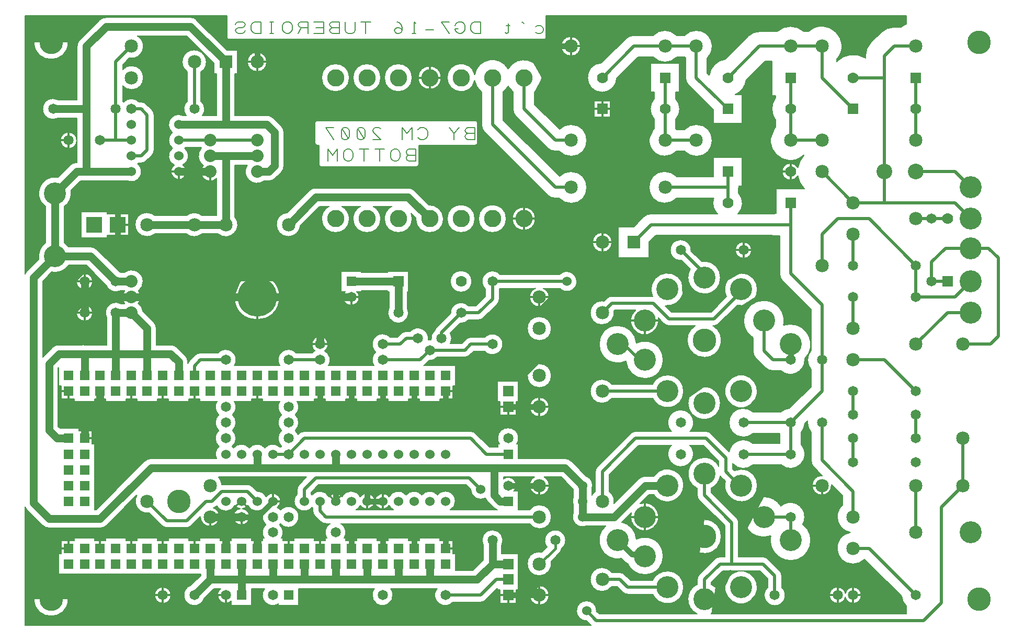
<source format=gbr>
%FSLAX23Y23*%
%MOIN*%
G04 EasyPC Gerber Version 14.0.2 Build 2922 *
%ADD86R,0.06000X0.06000*%
%ADD87R,0.06000X0.06000*%
%ADD85R,0.06500X0.06500*%
%ADD82R,0.08000X0.08000*%
%ADD79R,0.10000X0.10000*%
%ADD26C,0.00800*%
%ADD27C,0.01200*%
%ADD90C,0.01500*%
%ADD91C,0.02000*%
%ADD89C,0.03500*%
%ADD88C,0.05000*%
%ADD83C,0.06000*%
%ADD81C,0.06500*%
%ADD133C,0.07000*%
%ADD80C,0.08000*%
%ADD74C,0.08500*%
%ADD24C,0.10000*%
%ADD75C,0.11000*%
%ADD78C,0.14000*%
%ADD76C,0.15000*%
%ADD73C,0.25000*%
%ADD84R,0.06000X0.06000*%
X0Y0D02*
D02*
D24*
X6516Y3842D03*
X6716D03*
D02*
D26*
X1038Y1704D02*
Y951D01*
X4645*
X4618Y978*
G75*
G02X4553Y1042I-2J64*
G01*
G75*
G02X4681I64*
G01*
G75*
G02X4680Y1040I-64J0*
G01*
X4697Y1023*
X5321*
G75*
G02X5323Y1211I46J94*
G01*
Y1242*
G75*
G02X5335Y1273I44J0*
G01*
X5435Y1373*
G75*
G02X5467Y1386I31J-31*
G01*
X5498*
Y1586*
X5335Y1748*
G75*
G02X5323Y1779I31J31*
G01*
Y1822*
G75*
G02X5367Y2021I44J94*
G01*
G75*
G02X5460Y1962J-104*
G01*
Y1998*
X5361Y2098*
X5276*
G75*
G02X5217Y1960I-59J-56*
G01*
G75*
G02X5157Y2098J82*
G01*
X4947*
X4761Y1911*
Y1804*
G75*
G02X4791Y1725I-44J-63*
G01*
X4950Y1883*
G75*
G02X4992Y1901I42J-42*
G01*
X5046*
G75*
G02X5230Y1809I86J-59*
G01*
G75*
G02X5046Y1783I-99J32*
G01*
X5016*
X4960Y1726*
G75*
G02X5039Y1569I27J-85*
G01*
G75*
G02X4902Y1668I-52J72*
G01*
X4841Y1608*
G75*
G02X4935Y1499I-25J-116*
G01*
G75*
G02X4987Y1511I51J-107*
G01*
G75*
G02Y1273J-119*
G01*
G75*
G02X4878Y1343J119*
G01*
G75*
G02X4857Y1357I26J61*
G01*
X4839Y1375*
G75*
G02X4740Y1583I-23J117*
G01*
X4616*
G75*
G02X4532Y1666I-25J59*
G01*
Y1717*
G75*
G02Y1766I59J25*
G01*
Y1817*
X4455Y1895*
X4347*
G75*
G02X4316Y1780I-30J-54*
G01*
G75*
G02X4286Y1895J62*
G01*
X4088*
Y1884*
G75*
G02X4153Y1806I29J-43*
G01*
X4181*
Y1686*
X4254*
G75*
G02X4316Y1718I63J-44*
G01*
G75*
G02Y1565J-77*
G01*
G75*
G02X4254Y1598J77*
G01*
X3052*
G75*
G02X3072Y1506I-36J-56*
G01*
X3081*
Y1490*
X3153*
Y1506*
X3281*
Y1490*
X3353*
Y1506*
X3481*
Y1490*
X3553*
Y1506*
X3681*
Y1490*
X3766*
Y1406*
X3781*
Y1300*
X3892*
X3958Y1366*
Y1461*
G75*
G02X4017Y1558I59J31*
G01*
G75*
G02X4075Y1461J-67*
G01*
Y1408*
X4183*
Y1175*
X4168*
Y1090*
X4065*
Y1175*
X4050*
Y1188*
X3973Y1110*
G75*
G02X3942Y1098I-31J31*
G01*
X3766*
G75*
G02X3664Y1183I-50J44*
G01*
X3631*
G75*
G02X3602I-14J59*
G01*
X3431*
G75*
G02X3402I-14J59*
G01*
X3369*
G75*
G02X3317Y1075I-52J-41*
G01*
G75*
G02X3264Y1183J67*
G01*
X3231*
G75*
G02X3202I-14J59*
G01*
X3031*
G75*
G02X3002I-14J59*
G01*
X2831*
G75*
G02X2802I-14J59*
G01*
X2781*
Y1077*
X2653*
Y1086*
G75*
G02X2564Y1183I-36J56*
G01*
X2481*
Y1077*
X2353*
Y1105*
G75*
G02X2317Y1090I-36J37*
G01*
G75*
G02X2285Y1183J52*
G01*
X2241*
X2180Y1121*
G75*
G02X2117Y1075I-63J20*
G01*
G75*
G02X2096Y1205J67*
G01*
X2158Y1266*
Y1278*
X1252*
Y1406*
X1268*
Y1490*
X1353*
Y1506*
X1481*
Y1490*
X1553*
Y1506*
X1681*
Y1490*
X1753*
Y1506*
X1881*
Y1490*
X1953*
Y1506*
X2081*
Y1490*
X2153*
Y1506*
X2281*
Y1490*
X2353*
Y1506*
X2481*
Y1490*
X2553*
Y1506*
X2561*
G75*
G02X2573Y1591I56J36*
G01*
G75*
G02X2588Y1702I44J50*
G01*
G75*
G02X2575Y1715I28J40*
G01*
G75*
G02X2458I-58J26*
G01*
G75*
G02X2422Y1693I-42J26*
G01*
G75*
G02X2417Y1590I-5J-51*
G01*
G75*
G02X2411Y1693J52*
G01*
G75*
G02X2375Y1715I5J49*
G01*
G75*
G02X2260Y1711I-58J26*
G01*
X2260Y1710*
G75*
G02X2239Y1699I-31J31*
G01*
G75*
G02X2217Y1580I-23J-57*
G01*
G75*
G02X2155Y1643J62*
G01*
X2098Y1585*
G75*
G02X2067Y1573I-31J31*
G01*
X1941*
G75*
G02X1910Y1585I0J44*
G01*
X1830Y1666*
G75*
G02X1750Y1779I-13J75*
G01*
X1558Y1587*
G75*
G02X1516Y1570I-42J42*
G01*
X1192*
G75*
G02X1150Y1587I0J59*
G01*
X1050Y1687*
G75*
G02X1038Y1704I42J42*
G01*
X1095Y1117D02*
G75*
G02X1313I109D01*
G01*
G75*
G02X1095I-109*
G01*
X1916Y1090D02*
G75*
G02Y1193J52D01*
G01*
G75*
G02Y1090J-52*
G01*
X4316Y1203D02*
G75*
G02Y1080J-62D01*
G01*
G75*
G02Y1203J62*
G01*
X4333Y1416D02*
X4365Y1449D01*
G75*
G02X4417Y1558I51J42*
G01*
G75*
G02X4458Y1440J-67*
G01*
G75*
G02X4446Y1412I-41J2*
G01*
X4391Y1358*
G75*
G02X4316Y1265I-75J-16*
G01*
G75*
G02Y1418J77*
G01*
G75*
G02X4333Y1416I0J-77*
G01*
X4779Y1198D02*
G75*
G02X4717Y1165I-63J44D01*
G01*
G75*
G02Y1318J77*
G01*
G75*
G02X4779Y1286J-77*
G01*
X4829*
G75*
G02X4860Y1273I0J-44*
G01*
X4897Y1236*
X5037*
G75*
G02X5132Y1296I94J-44*
G01*
G75*
G02Y1088J-104*
G01*
G75*
G02X5037Y1148J104*
G01*
X4879*
G75*
G02X4848Y1160I0J44*
G01*
X4811Y1198*
X4779*
X5367Y1408D02*
G75*
G02Y1625J109D01*
G01*
G75*
G02Y1408J-109*
G01*
X1038Y1117D02*
G36*
Y951D01*
X4645*
X4618Y978*
G75*
G02X4553Y1042I-2J64*
G01*
G75*
G02X4681I64*
G01*
G75*
G02X4680Y1040I-64J0*
G01*
X4697Y1023*
X5321*
G75*
G02X5263Y1117I46J94*
G01*
X5204*
G75*
G02X5132Y1088I-72J75*
G01*
G75*
G02X5059Y1117J104*
G01*
X4373*
G75*
G02X4316Y1080I-56J25*
G01*
G75*
G02X4260Y1117J62*
G01*
X4168*
Y1090*
X4065*
Y1175*
X4050*
Y1188*
X3973Y1110*
G75*
G02X3942Y1098I-31J31*
G01*
X3766*
G75*
G02X3664Y1183I-50J44*
G01*
X3631*
G75*
G02X3602I-14J59*
G01*
X3431*
G75*
G02X3402I-14J59*
G01*
X3369*
G75*
G02X3317Y1075I-52J-41*
G01*
G75*
G02X3264Y1183J67*
G01*
X3231*
G75*
G02X3202I-14J59*
G01*
X3031*
G75*
G02X3002I-14J59*
G01*
X2831*
G75*
G02X2802I-14J59*
G01*
X2781*
Y1077*
X2653*
Y1086*
G75*
G02X2564Y1183I-36J56*
G01*
X2481*
Y1077*
X2353*
Y1105*
G75*
G02X2317Y1090I-36J37*
G01*
G75*
G02X2285Y1183J52*
G01*
X2241*
X2180Y1121*
G75*
G02X2117Y1075I-63J20*
G01*
G75*
G02X2055Y1117J67*
G01*
X1962*
G75*
G02X1916Y1090I-45J25*
G01*
G75*
G02X1871Y1117J52*
G01*
X1313*
G75*
G02X1095I-109*
G01*
X1038*
G37*
X1095D02*
G36*
G75*
G02X1313I109D01*
G01*
X1871*
G75*
G02X1916Y1193I45J25*
G01*
G75*
G02X1962Y1117J-52*
G01*
X2055*
G75*
G02X2096Y1205I62J25*
G01*
X2158Y1266*
Y1278*
X1252*
Y1406*
X1268*
Y1490*
X1353*
Y1506*
X1481*
Y1490*
X1553*
Y1506*
X1681*
Y1490*
X1753*
Y1506*
X1881*
Y1490*
X1953*
Y1506*
X2081*
Y1490*
X2153*
Y1506*
X2281*
Y1490*
X2353*
Y1506*
X2481*
Y1490*
X2553*
Y1506*
X2561*
G75*
G02X2573Y1591I56J36*
G01*
G75*
G02X2588Y1702I44J50*
G01*
G75*
G02X2575Y1715I28J40*
G01*
G75*
G02X2458I-58J26*
G01*
G75*
G02X2422Y1693I-42J26*
G01*
G75*
G02X2417Y1590I-5J-51*
G01*
G75*
G02X2411Y1693J52*
G01*
G75*
G02X2375Y1715I5J49*
G01*
G75*
G02X2260Y1711I-58J26*
G01*
X2260Y1710*
G75*
G02X2239Y1699I-31J31*
G01*
G75*
G02X2217Y1580I-23J-57*
G01*
G75*
G02X2155Y1643J62*
G01*
X2098Y1585*
G75*
G02X2067Y1573I-31J31*
G01*
X1941*
G75*
G02X1910Y1585I0J44*
G01*
X1830Y1666*
G75*
G02X1750Y1779I-13J75*
G01*
X1558Y1587*
G75*
G02X1516Y1570I-42J42*
G01*
X1192*
G75*
G02X1150Y1587I0J59*
G01*
X1050Y1687*
G75*
G02X1038Y1704I42J42*
G01*
Y1117*
X1095*
G37*
X4260D02*
G36*
G75*
G02X4316Y1203I56J25D01*
G01*
G75*
G02X4373Y1117J-62*
G01*
X5059*
G75*
G02X5037Y1148I72J75*
G01*
X4879*
G75*
G02X4848Y1160I0J44*
G01*
X4811Y1198*
X4779*
G75*
G02X4717Y1165I-63J44*
G01*
G75*
G02Y1318J77*
G01*
G75*
G02X4779Y1286J-77*
G01*
X4829*
G75*
G02X4860Y1273I0J-44*
G01*
X4897Y1236*
X5037*
G75*
G02X5132Y1296I94J-44*
G01*
G75*
G02X5204Y1117J-104*
G01*
X5263*
G75*
G02X5323Y1211I104*
G01*
Y1242*
G75*
G02X5335Y1273I44J0*
G01*
X5435Y1373*
G75*
G02X5467Y1386I31J-31*
G01*
X5498*
Y1412*
X5396*
G75*
G02X5367Y1408I-29J105*
G01*
G75*
G02X5337Y1412J109*
G01*
X5104*
G75*
G02X4987Y1273I-117J-20*
G01*
G75*
G02X4878Y1343J119*
G01*
G75*
G02X4857Y1357I26J61*
G01*
X4839Y1375*
G75*
G02X4728Y1412I-23J117*
G01*
X4445*
X4391Y1358*
G75*
G02X4316Y1265I-75J-16*
G01*
G75*
G02X4286Y1412J77*
G01*
X4075*
Y1408*
X4183*
Y1175*
X4168*
Y1117*
X4260*
G37*
X4286Y1412D02*
G36*
G75*
G02X4316Y1418I31J-70D01*
G01*
G75*
G02X4333Y1416I0J-77*
G01*
X4365Y1449*
G75*
G02X4417Y1558I51J42*
G01*
G75*
G02X4458Y1440J-67*
G01*
G75*
G02X4446Y1412I-41J2*
G01*
X4445Y1412*
X4728*
G75*
G02X4740Y1583I88J80*
G01*
X4616*
G75*
G02X4532Y1666I-25J59*
G01*
Y1717*
G75*
G02Y1766I59J25*
G01*
Y1817*
X4455Y1895*
X4347*
G75*
G02X4316Y1780I-30J-54*
G01*
G75*
G02X4286Y1895J62*
G01*
X4088*
Y1884*
G75*
G02X4153Y1806I29J-43*
G01*
X4181*
Y1686*
X4254*
G75*
G02X4316Y1718I63J-44*
G01*
G75*
G02Y1565J-77*
G01*
G75*
G02X4254Y1598J77*
G01*
X3052*
G75*
G02X3072Y1506I-36J-56*
G01*
X3081*
Y1490*
X3153*
Y1506*
X3281*
Y1490*
X3353*
Y1506*
X3481*
Y1490*
X3553*
Y1506*
X3681*
Y1490*
X3766*
Y1406*
X3781*
Y1300*
X3892*
X3958Y1366*
Y1461*
G75*
G02X4017Y1558I59J31*
G01*
G75*
G02X4075Y1461J-67*
G01*
Y1412*
X4286*
G37*
X5337D02*
G36*
G75*
G02X5367Y1625I29J105D01*
G01*
G75*
G02X5396Y1412J-109*
G01*
X5498*
Y1586*
X5335Y1748*
G75*
G02X5323Y1779I31J31*
G01*
Y1822*
G75*
G02X5367Y2021I44J94*
G01*
G75*
G02X5460Y1962J-104*
G01*
Y1998*
X5361Y2098*
X5276*
G75*
G02X5217Y1960I-59J-56*
G01*
G75*
G02X5157Y2098J82*
G01*
X4947*
X4761Y1911*
Y1804*
G75*
G02X4791Y1725I-44J-63*
G01*
X4950Y1883*
G75*
G02X4992Y1901I42J-42*
G01*
X5046*
G75*
G02X5230Y1809I86J-59*
G01*
G75*
G02X5046Y1783I-99J32*
G01*
X5016*
X4960Y1726*
G75*
G02X5039Y1569I27J-85*
G01*
G75*
G02X4902Y1668I-52J72*
G01*
X4841Y1608*
G75*
G02X4935Y1499I-25J-116*
G01*
G75*
G02X4987Y1511I51J-107*
G01*
G75*
G02X5104Y1412J-119*
G01*
X5337*
G37*
X1151Y2659D02*
X1212Y2721D01*
G75*
G02X1254Y2738I42J-42*
G01*
X1402*
G75*
G02X1431I14J-59*
G01*
X1558*
Y2911*
G75*
G02X1647Y3001I59J31*
G01*
X1672*
G75*
G02X1673Y3001I45J-59*
G01*
G75*
G02Y3082I43J40*
G01*
G75*
G02X1672Y3083I43J60*
G01*
X1647*
G75*
G02X1553Y3121I-31J59*
G01*
X1430Y3245*
X1315*
G75*
G02X1229Y3200I-86J59*
G01*
G75*
G02X1210Y3202I0J104*
G01*
X1151Y3142*
Y2659*
X1417Y2993D02*
G75*
G02Y2890J-52D01*
G01*
G75*
G02Y2993J52*
G01*
Y3090D02*
G75*
G02Y3193J52D01*
G01*
G75*
G02Y3090J-52*
G01*
X1151Y2942D02*
G36*
Y2659D01*
X1212Y2721*
G75*
G02X1254Y2738I42J-42*
G01*
X1402*
G75*
G02X1431I14J-59*
G01*
X1558*
Y2911*
G75*
G02X1550Y2942I59J31*
G01*
X1468*
G75*
G02X1417Y2890I-52*
G01*
G75*
G02X1365Y2942J52*
G01*
X1151*
G37*
X1365D02*
G36*
G75*
G02X1417Y2993I52D01*
G01*
G75*
G02X1468Y2942J-52*
G01*
X1550*
G75*
G02X1647Y3001I67*
G01*
X1672*
G75*
G02X1673Y3001I45J-59*
G01*
G75*
G02Y3082I43J40*
G01*
G75*
G02X1672Y3083I43J60*
G01*
X1647*
G75*
G02X1553Y3121I-31J59*
G01*
X1533Y3142*
X1468*
G75*
G02X1417Y3090I-52*
G01*
G75*
G02X1365Y3142J52*
G01*
X1151*
Y2942*
X1365*
G37*
Y3142D02*
G36*
G75*
G02X1417Y3193I52D01*
G01*
G75*
G02X1468Y3142J-52*
G01*
X1533*
X1430Y3245*
X1315*
G75*
G02X1229Y3200I-86J59*
G01*
G75*
G02X1210Y3202I0J104*
G01*
X1151Y3142*
Y3142*
X1365*
G37*
X1252Y2594D02*
X1250Y2592D01*
Y2216*
X1261Y2206*
X1381*
Y2191*
X1466*
Y2106*
X1481*
Y1688*
X1492*
X1800Y1996*
G75*
G02X1841Y2013I42J-42*
G01*
X2259*
G75*
G02X2275Y2090I57J29*
G01*
G75*
G02X2273Y2192I42J52*
G01*
G75*
G02Y2292I44J50*
G01*
G75*
G02X2261Y2378I44J50*
G01*
X2153*
Y2393*
X2081*
Y2378*
X1953*
Y2393*
X1881*
Y2378*
X1753*
Y2393*
X1681*
Y2378*
X1553*
Y2393*
X1481*
Y2378*
X1353*
Y2393*
X1268*
Y2478*
X1252*
Y2594*
G36*
X1250Y2592*
Y2216*
X1261Y2206*
X1381*
Y2191*
X1466*
Y2106*
X1481*
Y1688*
X1492*
X1800Y1996*
G75*
G02X1841Y2013I42J-42*
G01*
X2259*
G75*
G02X2275Y2090I57J29*
G01*
G75*
G02X2273Y2192I42J52*
G01*
G75*
G02Y2292I44J50*
G01*
G75*
G02X2261Y2378I44J50*
G01*
X2153*
Y2393*
X2081*
Y2378*
X1953*
Y2393*
X1881*
Y2378*
X1753*
Y2393*
X1681*
Y2378*
X1553*
Y2393*
X1481*
Y2378*
X1353*
Y2393*
X1268*
Y2478*
X1252*
Y2594*
G37*
X2271Y1895D02*
G75*
G02X2293Y1848I-55J-54D01*
G01*
X2454*
G75*
G02X2485Y1835I0J-44*
G01*
X2515Y1805*
G75*
G02X2575Y1768I2J-64*
G01*
G75*
G02X2666Y1741I42J-26*
G01*
G75*
G02X2645Y1702I-49*
G01*
G75*
G02X2667Y1685I-28J-60*
G01*
G75*
G02X2783Y1641I50J-44*
G01*
G75*
G02X2667Y1598I-67*
G01*
G75*
G02X2660Y1591I-50J44*
G01*
G75*
G02X2672Y1506I-44J-50*
G01*
X2681*
Y1490*
X2753*
Y1506*
X2881*
Y1490*
X2953*
Y1506*
X2961*
G75*
G02X2981Y1598I56J36*
G01*
X2954*
G75*
G02X2923Y1610I0J44*
G01*
X2885Y1648*
G75*
G02X2873Y1679I31J31*
G01*
Y1695*
G75*
G02X2867Y1702I44J46*
G01*
G75*
G02X2753Y1741I-50J40*
G01*
G75*
G02X2773Y1788I64*
G01*
Y1816*
G75*
G02X2785Y1848I44J0*
G01*
X2833Y1895*
X2531*
G75*
G02X2502I-14J59*
G01*
X2271*
G36*
G75*
G02X2293Y1848I-55J-54*
G01*
X2454*
G75*
G02X2485Y1835I0J-44*
G01*
X2515Y1805*
G75*
G02X2575Y1768I2J-64*
G01*
G75*
G02X2666Y1741I42J-26*
G01*
G75*
G02X2645Y1702I-49*
G01*
G75*
G02X2667Y1685I-28J-60*
G01*
G75*
G02X2783Y1641I50J-44*
G01*
G75*
G02X2667Y1598I-67*
G01*
G75*
G02X2660Y1591I-50J44*
G01*
G75*
G02X2672Y1506I-44J-50*
G01*
X2681*
Y1490*
X2753*
Y1506*
X2881*
Y1490*
X2953*
Y1506*
X2961*
G75*
G02X2981Y1598I56J36*
G01*
X2954*
G75*
G02X2923Y1610I0J44*
G01*
X2885Y1648*
G75*
G02X2873Y1679I31J31*
G01*
Y1695*
G75*
G02X2867Y1702I44J46*
G01*
G75*
G02X2753Y1741I-50J40*
G01*
G75*
G02X2773Y1788I64*
G01*
Y1816*
G75*
G02X2785Y1848I44J0*
G01*
X2833Y1895*
X2531*
G75*
G02X2502I-14J59*
G01*
X2271*
G37*
X2358Y2090D02*
G75*
G02X2367Y2081I-42J-48D01*
G01*
G75*
G02X2467I50J-40*
G01*
G75*
G02X2567I50J-40*
G01*
G75*
G02X2663Y2086I50J-40*
G01*
X2667*
G75*
G02X2673Y2092I50J-44*
G01*
G75*
G02Y2192I44J50*
G01*
G75*
G02Y2292I44J50*
G01*
G75*
G02X2661Y2378I44J50*
G01*
X2553*
Y2393*
X2481*
Y2378*
X2372*
G75*
G02X2360Y2292I-56J-36*
G01*
G75*
G02Y2192I-44J-50*
G01*
G75*
G02X2358Y2090I-44J-50*
G01*
G36*
G75*
G02X2367Y2081I-42J-48*
G01*
G75*
G02X2467I50J-40*
G01*
G75*
G02X2567I50J-40*
G01*
G75*
G02X2663Y2086I50J-40*
G01*
X2667*
G75*
G02X2673Y2092I50J-44*
G01*
G75*
G02Y2192I44J50*
G01*
G75*
G02Y2292I44J50*
G01*
G75*
G02X2661Y2378I44J50*
G01*
X2553*
Y2393*
X2481*
Y2378*
X2372*
G75*
G02X2360Y2292I-56J-36*
G01*
G75*
G02Y2192I-44J-50*
G01*
G75*
G02X2358Y2090I-44J-50*
G01*
G37*
X2861Y1788D02*
G75*
G02X2867Y1781I-44J-46D01*
G01*
G75*
G02X2975Y1768I50J-40*
G01*
G75*
G02X3058I42J-26*
G01*
G75*
G02X3175I58J-26*
G01*
G75*
G02X3266Y1741I42J-26*
G01*
G75*
G02X3175Y1715I-49*
G01*
G75*
G02X3147Y1686I-58J26*
G01*
X3386*
G75*
G02X3358Y1715I31J56*
G01*
G75*
G02X3268Y1741I-42J26*
G01*
G75*
G02X3358Y1768I49*
G01*
G75*
G02X3467Y1781I58J-26*
G01*
G75*
G02X3567I50J-40*
G01*
G75*
G02X3667I50J-40*
G01*
G75*
G02X3781Y1741I50J-40*
G01*
G75*
G02X3747Y1686I-64*
G01*
X4048*
G75*
G02X4025Y1700I19J56*
G01*
X3987Y1737*
G75*
G02X3973Y1761I42J42*
G01*
G75*
G02X3878Y1816I-31J56*
G01*
G75*
G02X3878Y1818I64J0*
G01*
X3848Y1847*
X2910*
X2861Y1798*
Y1788*
G36*
G75*
G02X2867Y1781I-44J-46*
G01*
G75*
G02X2975Y1768I50J-40*
G01*
G75*
G02X3058I42J-26*
G01*
G75*
G02X3175I58J-26*
G01*
G75*
G02X3266Y1741I42J-26*
G01*
G75*
G02X3175Y1715I-49*
G01*
G75*
G02X3147Y1686I-58J26*
G01*
X3386*
G75*
G02X3358Y1715I31J56*
G01*
G75*
G02X3268Y1741I-42J26*
G01*
G75*
G02X3358Y1768I49*
G01*
G75*
G02X3467Y1781I58J-26*
G01*
G75*
G02X3567I50J-40*
G01*
G75*
G02X3667I50J-40*
G01*
G75*
G02X3781Y1741I50J-40*
G01*
G75*
G02X3747Y1686I-64*
G01*
X4048*
G75*
G02X4025Y1700I19J56*
G01*
X3987Y1737*
G75*
G02X3973Y1761I42J42*
G01*
G75*
G02X3878Y1816I-31J56*
G01*
G75*
G02X3878Y1818I64J0*
G01*
X3848Y1847*
X2910*
X2861Y1798*
Y1788*
G37*
X3485Y3948D02*
X3473Y3942D01*
X3467Y3929*
X3473Y3917*
X3485Y3910*
X3529*
Y3985*
X3485*
X3473Y3979*
X3467Y3967*
X3473Y3954*
X3485Y3948*
X3529*
X3429Y3935D02*
Y3960D01*
X3423Y3973*
X3417Y3979*
X3404Y3985*
X3392*
X3379Y3979*
X3373Y3973*
X3367Y3960*
Y3935*
X3373Y3923*
X3379Y3917*
X3392Y3910*
X3404*
X3417Y3917*
X3423Y3923*
X3429Y3935*
X3298Y3910D02*
Y3985D01*
X3329D02*
X3267D01*
X3198Y3910D02*
Y3985D01*
X3229D02*
X3167D01*
X3129Y3935D02*
Y3960D01*
X3123Y3973*
X3117Y3979*
X3104Y3985*
X3092*
X3079Y3979*
X3073Y3973*
X3067Y3960*
Y3935*
X3073Y3923*
X3079Y3917*
X3092Y3910*
X3104*
X3117Y3917*
X3123Y3923*
X3129Y3935*
X3029Y3910D02*
Y3985D01*
X2998Y3948*
X2967Y3985*
Y3910*
X3860Y4085D02*
X3848Y4079D01*
X3842Y4066*
X3848Y4054*
X3860Y4048*
X3904*
Y4123*
X3860*
X3848Y4117*
X3842Y4104*
X3848Y4092*
X3860Y4085*
X3904*
X3773Y4048D02*
Y4085D01*
X3804Y4123*
X3773Y4085D02*
X3742Y4123D01*
X3542Y4060D02*
X3548Y4054D01*
X3560Y4048*
X3579*
X3592Y4054*
X3598Y4060*
X3604Y4073*
Y4098*
X3598Y4110*
X3592Y4117*
X3579Y4123*
X3560*
X3548Y4117*
X3542Y4110*
X3504Y4048D02*
Y4123D01*
X3473Y4085*
X3442Y4123*
Y4048*
X3254D02*
X3304D01*
X3260Y4092*
X3254Y4104*
X3260Y4117*
X3273Y4123*
X3292*
X3304Y4117*
X3198Y4054D02*
X3185Y4048D01*
X3173*
X3160Y4054*
X3154Y4066*
Y4104*
X3160Y4117*
X3173Y4123*
X3185*
X3198Y4117*
X3204Y4104*
Y4066*
X3198Y4054*
X3160Y4117*
X3098Y4054D02*
X3085Y4048D01*
X3073*
X3060Y4054*
X3054Y4066*
Y4104*
X3060Y4117*
X3073Y4123*
X3085*
X3098Y4117*
X3104Y4104*
Y4066*
X3098Y4054*
X3060Y4117*
X3004Y4048D02*
X2954Y4123D01*
X3004*
X4292Y4767D02*
X4304Y4773D01*
X4323*
X4335Y4767*
X4342Y4754*
Y4742*
X4335Y4729*
X4323Y4723*
X4304*
X4292Y4729*
X4217Y4785D02*
X4204Y4798D01*
X4129Y4773D02*
X4104D01*
X4117Y4785D02*
Y4729D01*
X4110Y4723*
X4104*
X4098Y4729*
X3942Y4723D02*
Y4798D01*
X3904*
X3892Y4792*
X3885Y4785*
X3879Y4773*
Y4748*
X3885Y4735*
X3892Y4729*
X3904Y4723*
X3942*
X3798Y4754D02*
X3779D01*
Y4748*
X3785Y4735*
X3792Y4729*
X3804Y4723*
X3817*
X3829Y4729*
X3835Y4735*
X3842Y4748*
Y4773*
X3835Y4785*
X3829Y4792*
X3817Y4798*
X3804*
X3792Y4792*
X3785Y4785*
X3779Y4773*
X3742Y4723D02*
X3692Y4798D01*
X3742*
X3642Y4748D02*
X3592D01*
X3529Y4723D02*
X3504D01*
X3517D02*
Y4798D01*
X3529Y4785*
X3442Y4742D02*
X3435Y4754D01*
X3423Y4760*
X3410*
X3398Y4754*
X3392Y4742*
X3398Y4729*
X3410Y4723*
X3423*
X3435Y4729*
X3442Y4742*
Y4760*
X3435Y4779*
X3423Y4792*
X3410Y4798*
X3210Y4723D02*
Y4798D01*
X3242D02*
X3179D01*
X3142D02*
Y4742D01*
X3135Y4729*
X3123Y4723*
X3098*
X3085Y4729*
X3079Y4742*
Y4798*
X2998Y4760D02*
X2985Y4754D01*
X2979Y4742*
X2985Y4729*
X2998Y4723*
X3042*
Y4798*
X2998*
X2985Y4792*
X2979Y4779*
X2985Y4767*
X2998Y4760*
X3042*
X2942Y4723D02*
Y4798D01*
X2879*
X2892Y4760D02*
X2942D01*
Y4723D02*
X2879D01*
X2842D02*
Y4798D01*
X2798*
X2785Y4792*
X2779Y4779*
X2785Y4767*
X2798Y4760*
X2842*
X2798D02*
X2779Y4723D01*
X2742Y4748D02*
Y4773D01*
X2735Y4785*
X2729Y4792*
X2717Y4798*
X2704*
X2692Y4792*
X2685Y4785*
X2679Y4773*
Y4748*
X2685Y4735*
X2692Y4729*
X2704Y4723*
X2717*
X2729Y4729*
X2735Y4735*
X2742Y4748*
X2623Y4723D02*
X2598D01*
X2610D02*
Y4798D01*
X2623D02*
X2598D01*
X2542Y4723D02*
Y4798D01*
X2504*
X2492Y4792*
X2485Y4785*
X2479Y4773*
Y4748*
X2485Y4735*
X2492Y4729*
X2504Y4723*
X2542*
X2442Y4742D02*
X2435Y4729D01*
X2423Y4723*
X2398*
X2385Y4729*
X2379Y4742*
X2385Y4754*
X2398Y4760*
X2423*
X2435Y4767*
X2442Y4779*
X2435Y4792*
X2423Y4798*
X2398*
X2385Y4792*
X2379Y4779*
X6654Y1023D02*
Y1075D01*
G75*
G02X6625Y1135I62J67*
G01*
X6389Y1371*
G75*
G02X6316Y1340I-73J71*
G01*
G75*
G02X6299Y1542J102*
G01*
G75*
G02X6248Y1716I17J100*
G01*
Y1775*
X6178Y1845*
G75*
G02X6117Y1780I-61J-4*
G01*
G75*
G02Y1903J62*
G01*
G75*
G02X6120Y1903I0J-61*
G01*
X6068Y1955*
G75*
G02X6048Y2004I49J49*
G01*
Y2181*
G75*
G02X6025Y2242I69J60*
G01*
G75*
G02X6026Y2253I91J0*
G01*
X6008Y2235*
G75*
G02X5986Y2181I-91J6*
G01*
Y2102*
G75*
G02X5856Y1972I-69J-60*
G01*
X5677*
G75*
G02X5548Y1981I-60J69*
G01*
Y1947*
X5559Y1936*
G75*
G02X5602Y1945I43J-95*
G01*
G75*
G02Y1738J-104*
G01*
G75*
G02X5501Y1869J104*
G01*
X5473Y1898*
G75*
G02X5469Y1902I31J31*
G01*
G75*
G02X5411Y1822I-103J15*
G01*
Y1797*
X5573Y1635*
G75*
G02X5586Y1604I-31J-31*
G01*
Y1386*
X5742*
G75*
G02X5773Y1373I0J-44*
G01*
X5848Y1298*
G75*
G02X5861Y1267I-31J-31*
G01*
Y1191*
G75*
G02X5816Y1075I-44J-50*
G01*
G75*
G02X5773Y1191J67*
G01*
Y1248*
X5723Y1298*
X5554*
G75*
G02X5529I-12J44*
G01*
X5485*
X5411Y1223*
Y1211*
G75*
G02X5412Y1023I-44J-94*
G01*
X6654*
X5663Y1107D02*
G75*
G02X5540Y1276I-61J84D01*
G01*
G75*
G02X5663Y1107I61J-84*
G01*
X5791Y1520D02*
G75*
G02X5747Y1513I-44J121D01*
G01*
G75*
G02Y1770J129*
G01*
G75*
G02X5855Y1711J-129*
G01*
X5856*
G75*
G02X6008Y1641I60J-69*
G01*
G75*
G02X5995Y1594I-92*
G01*
G75*
G02X5917Y1363I-78J-103*
G01*
G75*
G02X5791Y1520J129*
G01*
X6267Y1129D02*
G75*
G02X6217Y1090I-50J12D01*
G01*
G75*
G02Y1193J52*
G01*
G75*
G02X6267Y1154J-52*
G01*
G75*
G02X6316Y1193I50J-12*
G01*
G75*
G02Y1090J-52*
G01*
G75*
G02X6267Y1129J52*
G01*
X5439Y1192D02*
G36*
G75*
G02X5412Y1023I-72J-75D01*
G01*
X6654*
Y1075*
G75*
G02X6625Y1135I62J67*
G01*
X6569Y1192*
X6329*
G75*
G02X6316Y1090I-12J-50*
G01*
G75*
G02X6267Y1129J52*
G01*
G75*
G02X6217Y1090I-50J12*
G01*
G75*
G02X6204Y1192J52*
G01*
X5861*
Y1191*
G75*
G02X5816Y1075I-44J-50*
G01*
G75*
G02X5773Y1191J67*
G01*
Y1192*
X5706*
G75*
G02X5663Y1107I-104*
G01*
G75*
G02X5498Y1192I-61J84*
G01*
X5439*
G37*
X5498D02*
G36*
G75*
G02X5540Y1276I104D01*
G01*
G75*
G02X5706Y1192I61J-84*
G01*
X5773*
Y1248*
X5723Y1298*
X5554*
G75*
G02X5529I-12J44*
G01*
X5485*
X5411Y1223*
Y1211*
G75*
G02X5439Y1192I-44J-94*
G01*
X5498*
G37*
X6204D02*
G36*
G75*
G02X6217Y1193I12J-50D01*
G01*
G75*
G02X6267Y1154J-52*
G01*
G75*
G02X6316Y1193I50J-12*
G01*
G75*
G02X6329Y1192J-51*
G01*
X6569*
X6389Y1371*
G75*
G02X6316Y1340I-73J71*
G01*
G75*
G02X6299Y1542J102*
G01*
G75*
G02X6248Y1566I17J100*
G01*
X6021*
G75*
G02X5917Y1363I-105J-75*
G01*
G75*
G02X5791Y1520J129*
G01*
G75*
G02X5747Y1513I-44J121*
G01*
G75*
G02X5642Y1566J129*
G01*
X5586*
Y1386*
X5742*
G75*
G02X5773Y1373I0J-44*
G01*
X5848Y1298*
G75*
G02X5861Y1267I-31J-31*
G01*
Y1192*
X6204*
G37*
X5642Y1566D02*
G36*
G75*
G02X5747Y1770I105J75D01*
G01*
G75*
G02X5855Y1711J-129*
G01*
X5856*
G75*
G02X5995Y1594I60J-69*
G01*
G75*
G02X6021Y1566I-78J-103*
G01*
X6248*
G75*
G02X6248Y1716I68J75*
G01*
Y1775*
X6178Y1845*
G75*
G02X6117Y1780I-61J-4*
G01*
G75*
G02Y1903J62*
G01*
G75*
G02X6120Y1903I0J-61*
G01*
X6068Y1955*
G75*
G02X6048Y2004I49J49*
G01*
Y2181*
G75*
G02X6025Y2242I69J60*
G01*
G75*
G02X6026Y2253I91J0*
G01*
X6008Y2235*
G75*
G02X5986Y2181I-91J6*
G01*
Y2102*
G75*
G02X5856Y1972I-69J-60*
G01*
X5677*
G75*
G02X5548Y1981I-60J69*
G01*
Y1947*
X5559Y1936*
G75*
G02X5602Y1945I43J-95*
G01*
G75*
G02Y1738J-104*
G01*
G75*
G02X5501Y1869J104*
G01*
X5473Y1898*
G75*
G02X5469Y1902I31J31*
G01*
G75*
G02X5411Y1822I-103J15*
G01*
Y1797*
X5573Y1635*
G75*
G02X5586Y1604I-31J-31*
G01*
Y1566*
X5642*
G37*
X6654Y4784D02*
Y4835D01*
X4358*
G75*
G02X4360Y4828I-12J-7*
G01*
Y4700*
G75*
G02X4346Y4686I-14*
G01*
X2338*
G75*
G02X2324Y4700J14*
G01*
Y4828*
G75*
G02X2325Y4835I14*
G01*
X1038*
Y3191*
G75*
G02X1050Y3208I54J-25*
G01*
X1127Y3285*
G75*
G02X1170Y3390I102J19*
G01*
Y3618*
G75*
G02X1248Y3806I59J86*
G01*
X1325Y3883*
G75*
G02X1367Y3901I42J-42*
G01*
X1370*
Y4183*
X1247*
G75*
G02X1217Y4175I-31J59*
G01*
G75*
G02Y4308J67*
G01*
G75*
G02X1247Y4301J-67*
G01*
X1370*
Y4642*
G75*
G02X1387Y4683I59J0*
G01*
X1512Y4808*
G75*
G02X1554Y4826I42J-42*
G01*
X2092*
G75*
G02X2133Y4808I0J-59*
G01*
X2326Y4616*
X2391*
Y4468*
X2376*
Y4201*
X2579*
G75*
G02X2621Y4183I0J-59*
G01*
X2671Y4133*
G75*
G02X2688Y4092I-42J-42*
G01*
Y3879*
G75*
G02X2671Y3837I-59J0*
G01*
X2633Y3800*
G75*
G02X2592Y3783I-42J42*
G01*
X2561*
G75*
G02X2455Y3882I-45J59*
G01*
X2376*
Y3553*
G75*
G02X2268Y3445I-59J-49*
G01*
X2165*
G75*
G02X2068I-49J59*
G01*
X1865*
G75*
G02X1816Y3428I-49J59*
G01*
G75*
G02Y3581J77*
G01*
G75*
G02X1865Y3563J-77*
G01*
X2068*
G75*
G02X2165I49J-59*
G01*
X2258*
Y3799*
G75*
G02X2173Y3882I-41J42*
G01*
G75*
G02X2162Y3992I43J60*
G01*
G75*
G02X2157Y3998I55J50*
G01*
X2063*
G75*
G02X2056Y3992I-46J44*
G01*
G75*
G02X2043Y3883I-40J-50*
G01*
G75*
G02X2017Y3793I-26J-42*
G01*
G75*
G02X1990Y3883J49*
G01*
G75*
G02X1977Y3992I26J58*
G01*
G75*
G02Y4092I40J50*
G01*
G75*
G02X2041Y4201I40J50*
G01*
X2064*
G75*
G02X2072Y4291I52J41*
G01*
Y4479*
G75*
G02X2117Y4618I44J63*
G01*
G75*
G02X2160Y4479J-77*
G01*
Y4291*
G75*
G02X2169Y4201I-44J-50*
G01*
X2258*
Y4468*
X2243*
Y4532*
X2067Y4707*
X1755*
G75*
G02X1703Y4566I-39J-66*
G01*
X1661Y4523*
Y4494*
G75*
G02X1716Y4518I56J-52*
G01*
G75*
G02Y4365J-77*
G01*
G75*
G02X1661Y4389J77*
G01*
Y4291*
G75*
G02X1666Y4285I-44J-50*
G01*
G75*
G02X1766Y4286I50J-44*
G01*
X1779*
G75*
G02X1810Y4273I0J-44*
G01*
X1848Y4235*
G75*
G02X1861Y4204I-31J-31*
G01*
Y3979*
G75*
G02X1848Y3948I-44J0*
G01*
X1810Y3910*
G75*
G02X1779Y3898I-31J31*
G01*
X1763*
G75*
G02X1756Y3892I-46J44*
G01*
G75*
G02X1692Y3783I-40J-50*
G01*
X1443*
G75*
G02X1415I-14J59*
G01*
X1391*
X1331Y3723*
G75*
G02X1288Y3618I-102J-19*
G01*
Y3390*
G75*
G02X1315Y3363I-59J-86*
G01*
X1454*
G75*
G02X1496Y3346I0J-59*
G01*
X1637Y3205*
G75*
G02X1647Y3200I-20J-63*
G01*
X1672*
G75*
G02X1791Y3142I45J-59*
G01*
G75*
G02X1760Y3082I-74*
G01*
G75*
G02Y3001I-43J-40*
G01*
G75*
G02X1790Y2952I-43J-60*
G01*
X1858Y2883*
G75*
G02X1875Y2842I-42J-42*
G01*
Y2738*
X1966*
G75*
G02X2008Y2721I0J-59*
G01*
X2058Y2671*
G75*
G02X2076Y2629I-42J-42*
G01*
Y2620*
G75*
G02X2085Y2635I41J-16*
G01*
X2123Y2673*
G75*
G02X2154Y2686I31J-31*
G01*
X2267*
G75*
G02X2372Y2606I50J-44*
G01*
X2661*
G75*
G02X2766Y2686I56J36*
G01*
X2867*
G75*
G02X2886Y2700I50J-44*
G01*
G75*
G02X2917Y2793I31J41*
G01*
G75*
G02X2947Y2700J-52*
G01*
G75*
G02X2972Y2606I-31J-59*
G01*
X3261*
G75*
G02X3273Y2692I56J36*
G01*
G75*
G02X3317Y2808I44J50*
G01*
G75*
G02X3366Y2785J-67*
G01*
X3411*
X3435Y2810*
G75*
G02X3467Y2823I31J-31*
G01*
X3492*
G75*
G02X3607Y2770I50J-44*
G01*
G75*
G02X3626I9J-66*
G01*
G75*
G02X3650Y2831I66J9*
G01*
G75*
G02X3660Y2848I42J-14*
G01*
X3750Y2937*
G75*
G02X3866Y2986I66J4*
G01*
X3911*
X3973Y3047*
Y3092*
G75*
G02X3950Y3142I44J50*
G01*
G75*
G02X4066Y3186I67*
G01*
X4445*
G75*
G02X4556Y3142I46J-44*
G01*
G75*
G02X4445Y3098I-64*
G01*
X4342*
G75*
G02X4316Y2980I-25J-56*
G01*
G75*
G02X4291Y3098J62*
G01*
X4066*
G75*
G02X4061Y3092I-50J44*
G01*
Y3029*
G75*
G02X4048Y2998I-44J0*
G01*
X3960Y2910*
G75*
G02X3929Y2898I-31J31*
G01*
X3866*
G75*
G02X3817Y2875I-50J44*
G01*
G75*
G02X3812Y2875I0J67*
G01*
X3749Y2812*
G75*
G02X3750Y2748I-58J-33*
G01*
X3823*
X3848Y2773*
G75*
G02X3879Y2785I31J-31*
G01*
X3967*
G75*
G02X4083Y2742I50J-44*
G01*
G75*
G02X3967Y2698I-67*
G01*
X3897*
X3873Y2673*
G75*
G02X3842Y2660I-31J31*
G01*
X3666*
G75*
G02X3612Y2638I-50J44*
G01*
X3585Y2610*
G75*
G02X3579Y2606I-31J31*
G01*
X3781*
Y2478*
X3766*
Y2393*
X3681*
Y2378*
X3553*
Y2393*
X3481*
Y2378*
X3353*
Y2393*
X3281*
Y2378*
X3153*
Y2393*
X3081*
Y2378*
X2953*
Y2393*
X2881*
Y2378*
X2772*
G75*
G02X2760Y2292I-56J-36*
G01*
G75*
G02Y2192I-44J-50*
G01*
G75*
G02X2778Y2166I-44J-50*
G01*
X2785Y2173*
G75*
G02X2817Y2186I31J-31*
G01*
X3879*
G75*
G02X3910Y2173I0J-44*
G01*
X3997Y2086*
X4053*
Y2106*
X4061*
G75*
G02X4050Y2142I56J36*
G01*
G75*
G02X4183I67*
G01*
G75*
G02X4172Y2106I-67*
G01*
X4181*
Y2013*
X4479*
G75*
G02X4521Y1996I0J-59*
G01*
X4616Y1901*
G75*
G02X4651Y1817I-24J-59*
G01*
Y1780*
G75*
G02X4673Y1804I66J-39*
G01*
Y1929*
G75*
G02X4685Y1960I44J0*
G01*
X4898Y2173*
G75*
G02X4929Y2186I31J-31*
G01*
X5157*
G75*
G02X5217Y2323I59J56*
G01*
G75*
G02X5276Y2186J-82*
G01*
X5379*
G75*
G02X5410Y2173I0J-44*
G01*
X5526Y2056*
G75*
G02X5677Y2111I90J-15*
G01*
X5848*
Y2172*
X5677*
G75*
G02X5617Y2150I-60J69*
G01*
G75*
G02Y2333J92*
G01*
G75*
G02X5677Y2311J-92*
G01*
X5856*
G75*
G02X5910Y2333I60J-69*
G01*
X6048Y2470*
Y2581*
G75*
G02Y2702I69J60*
G01*
Y2963*
X5868Y3143*
G75*
G02X5848Y3192I49J49*
G01*
Y3433*
X5820*
G75*
G02X5801Y3435I-3J71*
G01*
X5058*
X5016Y3393*
Y3293*
X4818*
Y3491*
X4918*
X4980Y3553*
G75*
G02X5029Y3573I49J-49*
G01*
X5452*
G75*
G02X5428Y3673I64J69*
G01*
X5191*
G75*
G02X5117Y3640I-74J69*
G01*
G75*
G02Y3843J102*
G01*
G75*
G02X5191Y3811J-102*
G01*
X5425*
Y3933*
X5608*
Y3750*
X5587*
G75*
G02X5587Y3742I-70J-8*
G01*
G75*
G02X5586Y3726I-71*
G01*
Y3705*
G75*
G02X5581Y3573I-69J-64*
G01*
X5801*
G75*
G02X5820Y3575I15J-69*
G01*
X5825*
Y3733*
X6005*
G75*
G02X5964Y3815I111J109*
G01*
G75*
G02X5917Y3788I-47J27*
G01*
G75*
G02Y3895J54*
G01*
G75*
G02X5964Y3868J-54*
G01*
G75*
G02X6003Y3947I153J-27*
G01*
X6001*
G75*
G02X5823Y4126I-85J94*
G01*
Y4169*
G75*
G02Y4314I94J73*
G01*
Y4325*
X5800*
Y4548*
X5755*
X5635Y4427*
G75*
G02X5565Y4333I-118J15*
G01*
X5608*
Y4150*
X5425*
Y4235*
X5268Y4393*
G75*
G02X5248Y4441I49J49*
G01*
Y4567*
G75*
G02X5242Y4572I69J74*
G01*
X5191*
G75*
G02X5042I-74J69*
G01*
X4945*
X4810Y4438*
G75*
G02X4717Y4348I-94J4*
G01*
G75*
G02X4713Y4535J94*
G01*
X4868Y4690*
G75*
G02X4917Y4711I49J-49*
G01*
X5042*
G75*
G02X5191I74J-69*
G01*
X5242*
G75*
G02X5316Y4743I74J-69*
G01*
G75*
G02X5386Y4567J-102*
G01*
Y4470*
X5399Y4457*
G75*
G02X5502Y4560I118J-16*
G01*
X5650Y4708*
G75*
G02X5717Y4736I66J-66*
G01*
X5832*
G75*
G02X6001I85J-94*
G01*
X6032*
G75*
G02X6211Y4557I85J-94*
G01*
Y4544*
G75*
G02X6394Y4567I106J-103*
G01*
Y4579*
G75*
G02X6430Y4666I123*
G01*
X6492Y4728*
G75*
G02X6579Y4764I87J-87*
G01*
X6621*
G75*
G02X6654Y4784I95J-123*
G01*
X1095Y4667D02*
G75*
G02X1313I109D01*
G01*
G75*
G02X1095I-109*
G01*
X1316Y3990D02*
G75*
G02Y4093J52D01*
G01*
G75*
G02Y3990J-52*
G01*
X1563Y3435D02*
Y3420D01*
X1395*
Y3588*
X1563*
Y3573*
X1698*
Y3435*
X1563*
X2373Y3042D02*
G75*
G02X2660I144D01*
G01*
G75*
G02X2373I-144*
G01*
X2517Y4603D02*
G75*
G02Y4480J-62D01*
G01*
G75*
G02Y4603J62*
G01*
X2709Y3580D02*
X2850Y3721D01*
G75*
G02X2892Y3738I42J-42*
G01*
X3479*
G75*
G02X3521Y3721I0J-59*
G01*
X3611Y3630*
G75*
G02X3706Y3542I5J-89*
G01*
G75*
G02X3528I-89*
G01*
G75*
G02X3528Y3547I89J0*
G01*
X3499Y3576*
G75*
G02X3506Y3542I-82J-35*
G01*
G75*
G02X3328I-89*
G01*
G75*
G02X3375Y3620I89*
G01*
X3258*
G75*
G02X3306Y3542I-42J-79*
G01*
G75*
G02X3128I-89*
G01*
G75*
G02X3175Y3620I89*
G01*
X3058*
G75*
G02X3106Y3542I-42J-79*
G01*
G75*
G02X2928I-89*
G01*
G75*
G02X2975Y3620I89*
G01*
X2916*
X2793Y3497*
G75*
G02X2717Y3428I-76J7*
G01*
G75*
G02X2709Y3580J77*
G01*
X2911Y4011D02*
X2900D01*
G75*
G02X2886Y4025J14*
G01*
Y4153*
G75*
G02X2900Y4167I14*
G01*
X3908*
G75*
G02X3922Y4153J-14*
G01*
Y4025*
G75*
G02X3908Y4011I-14*
G01*
X3547*
Y3888*
G75*
G02X3533Y3874I-14*
G01*
X2925*
G75*
G02X2911Y3888J14*
G01*
Y4011*
X2928Y4441D02*
G75*
G02X3106I89D01*
G01*
G75*
G02X2928I-89*
G01*
X3080Y3078D02*
X3053D01*
Y3206*
X3181*
Y3200*
X3350*
Y3208*
X3483*
Y3075*
X3475*
Y2972*
G75*
G02X3417Y2875I-59J-31*
G01*
G75*
G02X3358Y2972J67*
G01*
Y3075*
X3350*
Y3083*
X3181*
Y3078*
X3153*
G75*
G02X3168Y3042I-37J-36*
G01*
G75*
G02X3065I-52*
G01*
G75*
G02X3080Y3078I52*
G01*
X3128Y4441D02*
G75*
G02X3306I89D01*
G01*
G75*
G02X3128I-89*
G01*
X3328D02*
G75*
G02X3506I89D01*
G01*
G75*
G02X3328I-89*
G01*
X3543D02*
G75*
G02X3691I74D01*
G01*
G75*
G02X3543I-74*
G01*
X3728Y3542D02*
G75*
G02X3906I89D01*
G01*
G75*
G02X3728I-89*
G01*
X3817Y3073D02*
G75*
G02Y3211J69D01*
G01*
G75*
G02Y3073J-69*
G01*
X3904Y4424D02*
G75*
G02X3728Y4441I-87J17D01*
G01*
G75*
G02X3904Y4459I89*
G01*
G75*
G02X4117Y4496I113J-17*
G01*
G75*
G02X4331Y4441I100J-55*
G01*
G75*
G02X4286Y4351I-114*
G01*
Y4270*
X4444Y4112*
G75*
G02X4517Y4143I73J-71*
G01*
G75*
G02Y3940J-102*
G01*
G75*
G02X4442Y3973J102*
G01*
X4417*
G75*
G02X4368Y3993J69*
G01*
X4168Y4193*
G75*
G02X4148Y4242I49J49*
G01*
Y4351*
G75*
G02X4117Y4387I69J91*
G01*
G75*
G02X4085Y4351I-100J55*
G01*
Y4170*
X4444Y3812*
G75*
G02X4517Y3843I73J-71*
G01*
G75*
G02Y3640J-102*
G01*
G75*
G02X4442Y3673J102*
G01*
X4417*
G75*
G02X4368Y3693J69*
G01*
X3968Y4093*
G75*
G02X3947Y4142I49J49*
G01*
Y4351*
G75*
G02X3904Y4424I69J91*
G01*
X3928Y3542D02*
G75*
G02X4106I89D01*
G01*
G75*
G02X3928I-89*
G01*
X4065Y2375D02*
X4050D01*
Y2508*
X4183*
Y2375*
X4168*
Y2290*
X4065*
Y2375*
X4143Y3542D02*
G75*
G02X4291I74D01*
G01*
G75*
G02X4143I-74*
G01*
X4316Y2403D02*
G75*
G02Y2280J-62D01*
G01*
G75*
G02Y2403J62*
G01*
Y2618D02*
G75*
G02Y2465J-77D01*
G01*
G75*
G02Y2618J77*
G01*
Y2918D02*
G75*
G02Y2765J-77D01*
G01*
G75*
G02Y2918J77*
G01*
X4517Y4703D02*
G75*
G02Y4580J-62D01*
G01*
G75*
G02Y4703J62*
G01*
X4717Y3330D02*
G75*
G02Y3453J62D01*
G01*
G75*
G02Y3330J-62*
G01*
X4730Y3017D02*
X4748Y3035D01*
G75*
G02X4779Y3048I31J-31*
G01*
X5037*
G75*
G02X5033Y3124I94J44*
G01*
G75*
G02X5230Y3059I99J-32*
G01*
G75*
G02X5120Y2988I-99J32*
G01*
X5160Y2948*
X5411*
X5508Y3045*
G75*
G02X5602Y3195I93J46*
G01*
G75*
G02Y2988J-104*
G01*
G75*
G02X5578Y2990I0J104*
G01*
X5460Y2873*
G75*
G02X5429Y2860I-31J31*
G01*
X5423*
G75*
G02X5367Y2658I-56J-94*
G01*
G75*
G02X5310Y2860J109*
G01*
X5142*
G75*
G02X5110Y2873I0J44*
G01*
X5074Y2910*
G75*
G02X5039Y2819I-87J-18*
G01*
G75*
G02X4930Y2960I-52J72*
G01*
X4797*
X4792Y2955*
G75*
G02X4717Y2865I-75J-13*
G01*
G75*
G02Y3018J77*
G01*
G75*
G02X4730Y3017I0J-77*
G01*
X4768Y4190D02*
X4665D01*
Y4293*
X4768*
Y4190*
X4779Y2398D02*
G75*
G02X4717Y2365I-63J44D01*
G01*
G75*
G02Y2518J77*
G01*
G75*
G02X4779Y2486J-77*
G01*
X5037*
G75*
G02X5132Y2546I94J-44*
G01*
G75*
G02Y2338J-104*
G01*
G75*
G02X5037Y2398J104*
G01*
X4779*
X4868Y2634D02*
G75*
G02X4816Y2623I-51J107D01*
G01*
G75*
G02Y2861J119*
G01*
G75*
G02X4935Y2749J-119*
G01*
G75*
G02X4987Y2761I51J-107*
G01*
G75*
G02Y2523J-119*
G01*
G75*
G02X4868Y2634J119*
G01*
X5048Y4116D02*
Y4178D01*
G75*
G02Y4305I69J64*
G01*
Y4350*
X5025*
Y4533*
X5208*
Y4350*
X5186*
Y4305*
G75*
G02Y4178I-69J-64*
G01*
Y4116*
G75*
G02X5191Y4111I-69J-74*
G01*
X5242*
G75*
G02X5316Y4143I74J-69*
G01*
G75*
G02Y3940J-102*
G01*
G75*
G02X5242Y3973J102*
G01*
X5191*
G75*
G02X5117Y3940I-74J69*
G01*
G75*
G02X5048Y4116J102*
G01*
X5221Y3275D02*
G75*
G02X5217Y3275I-4J66D01*
G01*
G75*
G02Y3408J67*
G01*
G75*
G02X5283Y3337J-67*
G01*
X5351Y3269*
G75*
G02X5367Y3270I16J-103*
G01*
G75*
G02Y3063J-104*
G01*
G75*
G02X5277Y3219J104*
G01*
X5221Y3275*
X5367Y2263D02*
G75*
G02Y2471J104D01*
G01*
G75*
G02Y2263J-104*
G01*
X5617Y3290D02*
G75*
G02Y3393J52D01*
G01*
G75*
G02Y3290J-52*
G01*
X5663Y2357D02*
G75*
G02X5540Y2526I-61J84D01*
G01*
G75*
G02X5663Y2357I61J-84*
G01*
X5678Y2783D02*
G75*
G02X5747Y3021I69J109D01*
G01*
G75*
G02X5872Y2863J-129*
G01*
G75*
G02X5917Y2870I44J-121*
G01*
G75*
G02X6008Y2650I0J-129*
G01*
G75*
G02X6008Y2642I-91J-9*
G01*
G75*
G02X5856Y2573I-92*
G01*
X5804*
G75*
G02X5755Y2593J69*
G01*
X5698Y2650*
G75*
G02X5678Y2699I49J49*
G01*
Y2783*
X1038Y4667D02*
G36*
Y4042D01*
X1265*
G75*
G02X1316Y4093I52*
G01*
G75*
G02X1368Y4042J-52*
G01*
X1370*
Y4183*
X1247*
G75*
G02X1217Y4175I-31J59*
G01*
G75*
G02Y4308J67*
G01*
G75*
G02X1247Y4301J-67*
G01*
X1370*
Y4642*
G75*
G02X1376Y4667I59J0*
G01*
X1313*
G75*
G02X1095I-109*
G01*
X1038*
G37*
X1095D02*
G36*
G75*
G02X1313I109D01*
G01*
X1376*
G75*
G02X1387Y4683I53J-25*
G01*
X1512Y4808*
G75*
G02X1554Y4826I42J-42*
G01*
X2092*
G75*
G02X2133Y4808I0J-59*
G01*
X2275Y4667*
X4460*
G75*
G02X4517Y4703I56J-25*
G01*
G75*
G02X4573Y4667J-62*
G01*
X4844*
X4868Y4690*
G75*
G02X4917Y4711I49J-49*
G01*
X5042*
G75*
G02X5191I74J-69*
G01*
X5242*
G75*
G02X5316Y4743I74J-69*
G01*
G75*
G02X5386Y4567J-102*
G01*
Y4470*
X5399Y4457*
G75*
G02X5502Y4560I118J-16*
G01*
X5650Y4708*
G75*
G02X5717Y4736I66J-66*
G01*
X5832*
G75*
G02X6001I85J-94*
G01*
X6032*
G75*
G02X6211Y4557I85J-94*
G01*
Y4544*
G75*
G02X6394Y4567I106J-103*
G01*
Y4579*
G75*
G02X6430Y4666I123*
G01*
X6492Y4728*
G75*
G02X6579Y4764I87J-87*
G01*
X6621*
G75*
G02X6654Y4784I95J-123*
G01*
Y4835*
X4358*
G75*
G02X4360Y4828I-12J-7*
G01*
Y4700*
G75*
G02X4346Y4686I-14*
G01*
X2338*
G75*
G02X2324Y4700J14*
G01*
Y4828*
G75*
G02X2325Y4835I14*
G01*
X1038*
Y4667*
X1095*
G37*
X2275D02*
G36*
X2326Y4616D01*
X2391*
Y4542*
X2455*
G75*
G02X2517Y4603I62*
G01*
G75*
G02X2578Y4542J-62*
G01*
X3962*
G75*
G02X4117Y4496I55J-100*
G01*
G75*
G02X4271Y4542I100J-55*
G01*
X4719*
X4844Y4667*
X4573*
G75*
G02X4517Y4580I-56J-25*
G01*
G75*
G02X4460Y4667J62*
G01*
X2275*
G37*
X1038Y4042D02*
G36*
Y3191D01*
G75*
G02X1050Y3208I54J-25*
G01*
X1127Y3285*
G75*
G02X1170Y3390I102J19*
G01*
Y3618*
G75*
G02X1248Y3806I59J86*
G01*
X1325Y3883*
G75*
G02X1367Y3901I42J-42*
G01*
X1370*
Y4042*
X1368*
G75*
G02X1316Y3990I-52*
G01*
G75*
G02X1265Y4042J52*
G01*
X1038*
G37*
X2688D02*
G36*
Y3879D01*
G75*
G02X2671Y3837I-59J0*
G01*
X2633Y3800*
G75*
G02X2592Y3783I-42J42*
G01*
X2561*
G75*
G02X2455Y3882I-45J59*
G01*
X2376*
Y3553*
G75*
G02X2393Y3504I-59J-49*
G01*
X2640*
G75*
G02X2709Y3580I77*
G01*
X2850Y3721*
G75*
G02X2892Y3738I42J-42*
G01*
X3479*
G75*
G02X3521Y3721I0J-59*
G01*
X3611Y3630*
G75*
G02X3706Y3542I5J-89*
G01*
G75*
G02X3697Y3504I-89J0*
G01*
X3736*
G75*
G02X3728Y3542I81J38*
G01*
G75*
G02X3906I89*
G01*
G75*
G02X3897Y3504I-89J0*
G01*
X3936*
G75*
G02X3928Y3542I81J38*
G01*
G75*
G02X4106I89*
G01*
G75*
G02X4097Y3504I-89J0*
G01*
X4153*
G75*
G02X4143Y3542I64J38*
G01*
G75*
G02X4291I74*
G01*
G75*
G02X4280Y3504I-74*
G01*
X4931*
X4980Y3553*
G75*
G02X5029Y3573I49J-49*
G01*
X5452*
G75*
G02X5428Y3673I64J69*
G01*
X5191*
G75*
G02X5117Y3640I-74J69*
G01*
G75*
G02Y3843J102*
G01*
G75*
G02X5191Y3811J-102*
G01*
X5425*
Y3933*
X5608*
Y3750*
X5587*
G75*
G02X5587Y3742I-70J-8*
G01*
G75*
G02X5586Y3726I-71*
G01*
Y3705*
G75*
G02X5581Y3573I-69J-64*
G01*
X5801*
G75*
G02X5820Y3575I15J-69*
G01*
X5825*
Y3733*
X6005*
G75*
G02X5964Y3815I111J109*
G01*
G75*
G02X5917Y3788I-47J27*
G01*
G75*
G02Y3895J54*
G01*
G75*
G02X5964Y3868J-54*
G01*
G75*
G02X6003Y3947I153J-27*
G01*
X6001*
G75*
G02X5790Y4042I-85J94*
G01*
X5418*
G75*
G02X5316Y3940I-102*
G01*
G75*
G02X5242Y3973J102*
G01*
X5191*
G75*
G02X5117Y3940I-74J69*
G01*
G75*
G02X5015Y4042J102*
G01*
X4618*
G75*
G02X4517Y3940I-102*
G01*
G75*
G02X4442Y3973J102*
G01*
X4417*
G75*
G02X4368Y3993J69*
G01*
X4168Y4193*
G75*
G02X4148Y4242I49J49*
G01*
Y4351*
G75*
G02X4117Y4387I69J91*
G01*
G75*
G02X4085Y4351I-100J55*
G01*
Y4170*
X4444Y3812*
G75*
G02X4517Y3843I73J-71*
G01*
G75*
G02Y3640J-102*
G01*
G75*
G02X4442Y3673J102*
G01*
X4417*
G75*
G02X4368Y3693J69*
G01*
X4019Y4042*
X3922*
Y4025*
G75*
G02X3908Y4011I-14*
G01*
X3547*
Y3888*
G75*
G02X3533Y3874I-14*
G01*
X2925*
G75*
G02X2911Y3888J14*
G01*
Y4011*
X2900*
G75*
G02X2886Y4025J14*
G01*
Y4042*
X2688*
G37*
X2886D02*
G36*
Y4153D01*
G75*
G02X2900Y4167I14*
G01*
X3908*
G75*
G02X3922Y4153J-14*
G01*
Y4042*
X4019*
X3968Y4093*
G75*
G02X3947Y4142I49J49*
G01*
Y4242*
X2376*
Y4201*
X2579*
G75*
G02X2621Y4183I0J-59*
G01*
X2671Y4133*
G75*
G02X2688Y4092I-42J-42*
G01*
Y4042*
X2886*
G37*
X5015D02*
G36*
G75*
G02X5048Y4116I102D01*
G01*
Y4178*
G75*
G02X5023Y4242I69J64*
G01*
X4768*
Y4190*
X4665*
Y4242*
X4314*
X4444Y4112*
G75*
G02X4517Y4143I73J-71*
G01*
G75*
G02X4618Y4042J-102*
G01*
X5015*
G37*
X5790D02*
G36*
G75*
G02X5823Y4126I126D01*
G01*
Y4169*
G75*
G02Y4314I94J73*
G01*
Y4325*
X5800*
Y4548*
X5755*
X5635Y4427*
G75*
G02X5565Y4333I-118J15*
G01*
X5608*
Y4150*
X5425*
Y4235*
X5419Y4242*
X5211*
G75*
G02X5186Y4178I-94*
G01*
Y4116*
G75*
G02X5191Y4111I-69J-74*
G01*
X5242*
G75*
G02X5316Y4143I74J-69*
G01*
G75*
G02X5418Y4042J-102*
G01*
X5790*
G37*
X1288Y3504D02*
G36*
Y3392D01*
X4655*
G75*
G02X4717Y3453I62*
G01*
G75*
G02X4778Y3392J-62*
G01*
X4818*
Y3491*
X4918*
X4931Y3504*
X4280*
G75*
G02X4153I-64J38*
G01*
X4097*
G75*
G02X3936I-81J38*
G01*
X3897*
G75*
G02X3736I-81J38*
G01*
X3697*
G75*
G02X3528Y3542I-81J38*
G01*
G75*
G02X3528Y3547I89J0*
G01*
X3499Y3576*
G75*
G02X3506Y3542I-82J-35*
G01*
G75*
G02X3328I-89*
G01*
G75*
G02X3375Y3620I89*
G01*
X3258*
G75*
G02X3306Y3542I-42J-79*
G01*
G75*
G02X3128I-89*
G01*
G75*
G02X3175Y3620I89*
G01*
X3058*
G75*
G02X3106Y3542I-42J-79*
G01*
G75*
G02X2928I-89*
G01*
G75*
G02X2975Y3620I89*
G01*
X2916*
X2793Y3497*
G75*
G02X2717Y3428I-76J7*
G01*
G75*
G02X2640Y3504J77*
G01*
X2393*
G75*
G02X2268Y3445I-77*
G01*
X2165*
G75*
G02X2068I-49J59*
G01*
X1865*
G75*
G02X1816Y3428I-49J59*
G01*
G75*
G02X1740Y3504J77*
G01*
X1698*
Y3435*
X1563*
Y3420*
X1395*
Y3504*
X1288*
G37*
X1395D02*
G36*
Y3588D01*
X1563*
Y3573*
X1698*
Y3504*
X1740*
G75*
G02X1816Y3581I77*
G01*
G75*
G02X1865Y3563J-77*
G01*
X2068*
G75*
G02X2165I49J-59*
G01*
X2258*
Y3799*
G75*
G02X2173Y3882I-41J42*
G01*
G75*
G02X2162Y3992I43J60*
G01*
G75*
G02X2157Y3998I55J50*
G01*
X2063*
G75*
G02X2056Y3992I-46J44*
G01*
G75*
G02X2043Y3883I-40J-50*
G01*
G75*
G02X2017Y3793I-26J-42*
G01*
G75*
G02X1990Y3883J49*
G01*
G75*
G02X1977Y3992I26J58*
G01*
G75*
G02Y4092I40J50*
G01*
G75*
G02X2041Y4201I40J50*
G01*
X2064*
G75*
G02X2072Y4291I52J41*
G01*
Y4479*
G75*
G02X2117Y4618I44J63*
G01*
G75*
G02X2160Y4479J-77*
G01*
Y4291*
G75*
G02X2169Y4201I-44J-50*
G01*
X2258*
Y4468*
X2243*
Y4532*
X2067Y4707*
X1755*
G75*
G02X1703Y4566I-39J-66*
G01*
X1661Y4523*
Y4494*
G75*
G02X1716Y4518I56J-52*
G01*
G75*
G02Y4365J-77*
G01*
G75*
G02X1661Y4389J77*
G01*
Y4291*
G75*
G02X1666Y4285I-44J-50*
G01*
G75*
G02X1766Y4286I50J-44*
G01*
X1779*
G75*
G02X1810Y4273I0J-44*
G01*
X1848Y4235*
G75*
G02X1861Y4204I-31J-31*
G01*
Y3979*
G75*
G02X1848Y3948I-44J0*
G01*
X1810Y3910*
G75*
G02X1779Y3898I-31J31*
G01*
X1763*
G75*
G02X1756Y3892I-46J44*
G01*
G75*
G02X1692Y3783I-40J-50*
G01*
X1443*
G75*
G02X1415I-14J59*
G01*
X1391*
X1331Y3723*
G75*
G02X1288Y3618I-102J-19*
G01*
Y3504*
X1395*
G37*
X1776Y3042D02*
G36*
G75*
G02X1760Y3001I-59J0D01*
G01*
G75*
G02X1790Y2952I-43J-60*
G01*
X1858Y2883*
G75*
G02X1875Y2842I-42J-42*
G01*
Y2738*
X1966*
G75*
G02X2008Y2721I0J-59*
G01*
X2058Y2671*
G75*
G02X2076Y2629I-42J-42*
G01*
Y2620*
G75*
G02X2085Y2635I41J-16*
G01*
X2123Y2673*
G75*
G02X2154Y2686I31J-31*
G01*
X2267*
G75*
G02X2372Y2606I50J-44*
G01*
X2661*
G75*
G02X2766Y2686I56J36*
G01*
X2867*
G75*
G02X2886Y2700I50J-44*
G01*
G75*
G02X2917Y2793I31J41*
G01*
G75*
G02X2947Y2700J-52*
G01*
G75*
G02X2972Y2606I-31J-59*
G01*
X3261*
G75*
G02X3273Y2692I56J36*
G01*
G75*
G02X3317Y2808I44J50*
G01*
G75*
G02X3366Y2785J-67*
G01*
X3411*
X3435Y2810*
G75*
G02X3467Y2823I31J-31*
G01*
X3492*
G75*
G02X3607Y2770I50J-44*
G01*
G75*
G02X3626I9J-66*
G01*
G75*
G02X3650Y2831I66J9*
G01*
G75*
G02X3660Y2848I42J-14*
G01*
X3750Y2937*
G75*
G02X3866Y2986I66J4*
G01*
X3911*
X3967Y3042*
X3475*
Y2972*
G75*
G02X3417Y2875I-59J-31*
G01*
G75*
G02X3358Y2972J67*
G01*
Y3075*
X3350*
Y3083*
X3181*
Y3078*
X3153*
G75*
G02X3168Y3042I-37J-36*
G01*
G75*
G02X3065I-52*
G01*
X2660*
G75*
G02X2373I-144*
G01*
X1776*
G37*
X2373D02*
G36*
G75*
G02X2413Y3142I144D01*
G01*
X1791*
G75*
G02X1760Y3082I-74*
G01*
G75*
G02X1776Y3042I-43J-40*
G01*
X2373*
G37*
X3065D02*
G36*
G75*
G02X3080Y3078I52D01*
G01*
X3053*
Y3142*
X2620*
G75*
G02X2660Y3042I-104J-100*
G01*
X3065*
G37*
X3967D02*
G36*
X3973Y3047D01*
Y3092*
G75*
G02X3950Y3142I44J50*
G01*
X3885*
G75*
G02X3817Y3073I-69*
G01*
G75*
G02X3748Y3142J69*
G01*
X3483*
Y3075*
X3475*
Y3042*
X3967*
G37*
X4378D02*
G36*
G75*
G02X4316Y2980I-62D01*
G01*
G75*
G02X4291Y3098J62*
G01*
X4066*
G75*
G02X4061Y3092I-50J44*
G01*
Y3029*
G75*
G02X4048Y2998I-44J0*
G01*
X3960Y2910*
G75*
G02X3929Y2898I-31J31*
G01*
X3866*
G75*
G02X3817Y2875I-50J44*
G01*
G75*
G02X3812Y2875I0J67*
G01*
X3779Y2842*
X4240*
G75*
G02X4316Y2918I77*
G01*
G75*
G02X4393Y2842J-77*
G01*
X4752*
G75*
G02X4816Y2861I65J-100*
G01*
G75*
G02X4881Y2842J-119*
G01*
X4913*
G75*
G02X4930Y2960I74J50*
G01*
X4797*
X4792Y2955*
G75*
G02X4717Y2865I-75J-13*
G01*
G75*
G02Y3018J77*
G01*
G75*
G02X4730Y3017I0J-77*
G01*
X4748Y3035*
G75*
G02X4756Y3042I31J-31*
G01*
X4378*
G37*
X4756D02*
G36*
G75*
G02X4779Y3048I23J-38D01*
G01*
X5037*
G75*
G02X5033Y3124I94J44*
G01*
G75*
G02X5040Y3142I99J-32*
G01*
X4556*
G75*
G02X4445Y3098I-64*
G01*
X4342*
G75*
G02X4378Y3042I-25J-56*
G01*
X4756*
G37*
X5693D02*
G36*
G75*
G02X5602Y2988I-91J50D01*
G01*
G75*
G02X5578Y2990I0J104*
G01*
X5460Y2873*
G75*
G02X5429Y2860I-31J31*
G01*
X5423*
G75*
G02X5446Y2842I-56J-94*
G01*
X5628*
G75*
G02X5747Y3021I119J50*
G01*
G75*
G02X5872Y2863J-129*
G01*
G75*
G02X5998Y2842I44J-121*
G01*
X6048*
Y2963*
X5969Y3042*
X5693*
G37*
X5969D02*
G36*
X5869Y3142D01*
X5693*
G75*
G02Y3042I-91J-50*
G01*
X5969*
G37*
X2391Y4542D02*
G36*
Y4468D01*
X2376*
Y4441*
X2928*
G75*
G02X3106I89*
G01*
X3128*
G75*
G02X3306I89*
G01*
X3328*
G75*
G02X3506I89*
G01*
X3543*
G75*
G02X3691I74*
G01*
X3728*
G75*
G02X3904Y4459I89*
G01*
G75*
G02X3962Y4542I113J-17*
G01*
X2578*
G75*
G02X2517Y4480I-62*
G01*
G75*
G02X2455Y4542J62*
G01*
X2391*
G37*
X4271D02*
G36*
G75*
G02X4331Y4441I-55J-100D01*
G01*
X4622*
G75*
G02X4713Y4535I94*
G01*
X4719Y4542*
X4271*
G37*
X2376Y4441D02*
G36*
Y4242D01*
X3947*
Y4351*
G75*
G02X3904Y4424I69J91*
G01*
G75*
G02X3728Y4441I-87J17*
G01*
X3691*
G75*
G02X3543I-74*
G01*
X3506*
G75*
G02X3328I-89*
G01*
X3306*
G75*
G02X3128I-89*
G01*
X3106*
G75*
G02X2928I-89*
G01*
X2376*
G37*
X4331D02*
G36*
G75*
G02X4286Y4351I-114D01*
G01*
Y4270*
X4314Y4242*
X4665*
Y4293*
X4768*
Y4242*
X5023*
G75*
G02X5048Y4305I94*
G01*
Y4350*
X5025*
Y4441*
X4814*
X4810Y4438*
G75*
G02X4717Y4348I-94J4*
G01*
G75*
G02X4622Y4441J94*
G01*
X4331*
G37*
X5025D02*
G36*
Y4533D01*
X5208*
Y4441*
X5248*
Y4567*
G75*
G02X5242Y4572I69J74*
G01*
X5191*
G75*
G02X5042I-74J69*
G01*
X4945*
X4814Y4441*
X5025*
G37*
X5208D02*
G36*
Y4350D01*
X5186*
Y4305*
G75*
G02X5211Y4242I-69J-64*
G01*
X5419*
X5268Y4393*
G75*
G02X5248Y4441I49J49*
G01*
X5208*
G37*
X2413Y3142D02*
G36*
G75*
G02X2620I104J-100D01*
G01*
X3053*
Y3206*
X3181*
Y3200*
X3350*
Y3208*
X3483*
Y3142*
X3748*
G75*
G02X3817Y3211I69*
G01*
G75*
G02X3885Y3142J-69*
G01*
X3950*
G75*
G02X4066Y3186I67*
G01*
X4445*
G75*
G02X4556Y3142I46J-44*
G01*
X5040*
G75*
G02X5223I91J-50*
G01*
X5266*
G75*
G02X5277Y3219I101J25*
G01*
X5221Y3275*
G75*
G02X5217Y3275I-4J66*
G01*
G75*
G02X5173Y3392J67*
G01*
X5016*
Y3293*
X4818*
Y3392*
X4778*
G75*
G02X4717Y3330I-62*
G01*
G75*
G02X4655Y3392J62*
G01*
X1288*
Y3390*
G75*
G02X1315Y3363I-59J-86*
G01*
X1454*
G75*
G02X1496Y3346I0J-59*
G01*
X1637Y3205*
G75*
G02X1647Y3200I-20J-63*
G01*
X1672*
G75*
G02X1791Y3142I45J-59*
G01*
X2413*
G37*
X5223D02*
G36*
G75*
G02X5230Y3059I-91J-50D01*
G01*
G75*
G02X5120Y2988I-99J32*
G01*
X5160Y2948*
X5411*
X5508Y3045*
G75*
G02X5510Y3142I93J46*
G01*
X5467*
G75*
G02X5367Y3063I-101J25*
G01*
G75*
G02X5266Y3142J104*
G01*
X5223*
G37*
X5510D02*
G36*
G75*
G02X5602Y3195I91J-50D01*
G01*
G75*
G02X5693Y3142J-104*
G01*
X5869*
X5868Y3143*
G75*
G02X5848Y3192I49J49*
G01*
Y3392*
X5629*
G75*
G02X5617Y3290I-12J-50*
G01*
G75*
G02X5604Y3392J52*
G01*
X5260*
G75*
G02X5283Y3337I-44J-50*
G01*
X5351Y3269*
G75*
G02X5367Y3270I16J-103*
G01*
G75*
G02X5467Y3142J-104*
G01*
X5510*
G37*
X3766Y2399D02*
G36*
Y2393D01*
X3681*
Y2378*
X3553*
Y2393*
X3481*
Y2378*
X3353*
Y2393*
X3281*
Y2378*
X3153*
Y2393*
X3081*
Y2378*
X2953*
Y2393*
X2881*
Y2378*
X2772*
G75*
G02X2760Y2292I-56J-36*
G01*
G75*
G02Y2192I-44J-50*
G01*
G75*
G02X2778Y2166I-44J-50*
G01*
X2785Y2173*
G75*
G02X2817Y2186I31J-31*
G01*
X3879*
G75*
G02X3910Y2173I0J-44*
G01*
X3997Y2086*
X4053*
Y2106*
X4061*
G75*
G02X4050Y2142I56J36*
G01*
G75*
G02X4183I67*
G01*
G75*
G02X4172Y2106I-67*
G01*
X4181*
Y2013*
X4479*
G75*
G02X4521Y1996I0J-59*
G01*
X4616Y1901*
G75*
G02X4651Y1817I-24J-59*
G01*
Y1780*
G75*
G02X4673Y1804I66J-39*
G01*
Y1929*
G75*
G02X4685Y1960I44J0*
G01*
X4898Y2173*
G75*
G02X4929Y2186I31J-31*
G01*
X5157*
G75*
G02X5217Y2323I59J56*
G01*
G75*
G02X5276Y2186J-82*
G01*
X5379*
G75*
G02X5410Y2173I0J-44*
G01*
X5526Y2056*
G75*
G02X5677Y2111I90J-15*
G01*
X5848*
Y2172*
X5677*
G75*
G02X5617Y2150I-60J69*
G01*
G75*
G02Y2333J92*
G01*
G75*
G02X5677Y2311J-92*
G01*
X5856*
G75*
G02X5910Y2333I60J-69*
G01*
X5976Y2399*
X5696*
G75*
G02X5663Y2357I-95J43*
G01*
G75*
G02X5507Y2399I-61J84*
G01*
X5465*
G75*
G02X5367Y2263I-99J-33*
G01*
G75*
G02X5268Y2399J104*
G01*
X5226*
G75*
G02X5132Y2338I-95J43*
G01*
G75*
G02X5037Y2398J104*
G01*
X4779*
G75*
G02X4717Y2365I-63J44*
G01*
G75*
G02X4653Y2399J77*
G01*
X4338*
G75*
G02X4316Y2280I-22J-58*
G01*
G75*
G02X4295Y2399J62*
G01*
X4183*
Y2375*
X4168*
Y2290*
X4065*
Y2375*
X4050*
Y2399*
X3766*
G37*
X4050D02*
G36*
Y2508D01*
X4183*
Y2399*
X4295*
G75*
G02X4316Y2403I22J-58*
G01*
G75*
G02X4338Y2399J-62*
G01*
X4653*
G75*
G02X4717Y2518I64J43*
G01*
G75*
G02X4779Y2486J-77*
G01*
X5037*
G75*
G02X5103Y2542I94J-44*
G01*
X5051*
G75*
G02X4987Y2523I-65J100*
G01*
G75*
G02X4922Y2542J119*
G01*
X4393*
G75*
G02X4316Y2465I-77*
G01*
G75*
G02X4240Y2542J77*
G01*
X3781*
Y2478*
X3766*
Y2399*
X4050*
G37*
X5268D02*
G36*
G75*
G02X5367Y2471I99J-33D01*
G01*
G75*
G02X5465Y2399J-104*
G01*
X5507*
G75*
G02X5540Y2526I95J43*
G01*
G75*
G02X5573Y2542I61J-84*
G01*
X5160*
G75*
G02X5226Y2399I-29J-100*
G01*
X5268*
G37*
X5976D02*
G36*
X6048Y2470D01*
Y2542*
X5630*
G75*
G02X5696Y2399I-29J-100*
G01*
X5976*
G37*
X4240Y2542D02*
G36*
G75*
G02X4316Y2618I77D01*
G01*
G75*
G02X4393Y2542J-77*
G01*
X4922*
G75*
G02X4868Y2634I65J100*
G01*
G75*
G02X4816Y2623I-51J107*
G01*
G75*
G02X4752Y2842J119*
G01*
X4393*
G75*
G02X4316Y2765I-77*
G01*
G75*
G02X4240Y2842J77*
G01*
X3779*
X3749Y2812*
G75*
G02X3750Y2748I-58J-33*
G01*
X3823*
X3848Y2773*
G75*
G02X3879Y2785I31J-31*
G01*
X3967*
G75*
G02X4083Y2742I50J-44*
G01*
G75*
G02X3967Y2698I-67*
G01*
X3897*
X3873Y2673*
G75*
G02X3842Y2660I-31J31*
G01*
X3666*
G75*
G02X3612Y2638I-50J44*
G01*
X3585Y2610*
G75*
G02X3579Y2606I-31J31*
G01*
X3781*
Y2542*
X4240*
G37*
X5103D02*
G36*
G75*
G02X5132Y2546I29J-100D01*
G01*
G75*
G02X5160Y2542I0J-104*
G01*
X5573*
G75*
G02X5630I29J-100*
G01*
X6048*
Y2581*
G75*
G02Y2702I69J60*
G01*
Y2842*
X5998*
G75*
G02X6008Y2650I-81J-100*
G01*
G75*
G02X6008Y2642I-91J-9*
G01*
G75*
G02X5856Y2573I-92*
G01*
X5804*
G75*
G02X5755Y2593J69*
G01*
X5698Y2650*
G75*
G02X5678Y2699I49J49*
G01*
Y2783*
G75*
G02X5628Y2842I69J109*
G01*
X5446*
G75*
G02X5367Y2658I-79J-75*
G01*
G75*
G02X5310Y2860J109*
G01*
X5142*
G75*
G02X5110Y2873I0J44*
G01*
X5074Y2910*
G75*
G02X5039Y2819I-87J-18*
G01*
G75*
G02X4913Y2842I-52J72*
G01*
X4881*
G75*
G02X4935Y2749I-65J-100*
G01*
G75*
G02X4987Y2761I51J-107*
G01*
G75*
G02X5051Y2542J-119*
G01*
X5103*
G37*
X5173Y3392D02*
G36*
G75*
G02X5217Y3408I44J-50D01*
G01*
G75*
G02X5260Y3392J-67*
G01*
X5604*
G75*
G02X5617Y3393I12J-50*
G01*
G75*
G02X5629Y3392J-51*
G01*
X5848*
Y3433*
X5820*
G75*
G02X5801Y3435I-3J71*
G01*
X5058*
X5016Y3393*
Y3392*
X5173*
G37*
D02*
D27*
X1290Y4042D02*
X1263D01*
X1293Y1441D02*
X1266D01*
X1293Y2442D02*
X1266D01*
X1316Y1466D02*
Y1493D01*
Y2418D02*
Y2391D01*
Y4015D02*
Y3988D01*
Y4068D02*
Y4095D01*
X1390Y2942D02*
X1363D01*
X1390Y3142D02*
X1363D01*
X1417Y2166D02*
Y2192D01*
Y2915D02*
Y2888D01*
Y2968D02*
Y2995D01*
Y3115D02*
Y3088D01*
Y3168D02*
Y3195D01*
X1440Y2142D02*
X1468D01*
X1443Y2942D02*
X1470D01*
X1443Y3142D02*
X1470D01*
X1516Y1466D02*
Y1493D01*
Y2418D02*
Y2391D01*
X1629Y3460D02*
Y3433D01*
Y3548D02*
Y3575D01*
X1673Y3504D02*
X1700D01*
X1683Y3042D02*
X1656D01*
X1716Y1466D02*
Y1493D01*
Y2418D02*
Y2391D01*
X1750Y3042D02*
X1778D01*
X1890Y1142D02*
X1863D01*
X1916Y1115D02*
Y1088D01*
Y1168D02*
Y1195D01*
Y1466D02*
Y1493D01*
Y2418D02*
Y2391D01*
X1943Y1142D02*
X1970D01*
X1993Y3842D02*
X1966D01*
X2017Y3818D02*
Y3791D01*
X2041Y3842D02*
X2067D01*
X2117Y1466D02*
Y1493D01*
Y2418D02*
Y2391D01*
X2183Y3842D02*
X2156D01*
X2217Y1605D02*
Y1578D01*
Y3808D02*
Y3781D01*
X2253Y1641D02*
X2280D01*
X2290Y1142D02*
X2263D01*
X2317Y1115D02*
Y1088D01*
Y1466D02*
Y1493D01*
X2390Y1641D02*
X2363D01*
X2398Y3042D02*
X2371D01*
X2400Y1725D02*
X2380Y1705D01*
X2417Y1615D02*
Y1588D01*
X2433Y1725D02*
X2453Y1705D01*
X2443Y1641D02*
X2470D01*
X2480Y4542D02*
X2453D01*
X2517Y1466D02*
Y1493D01*
Y2418D02*
Y2391D01*
Y2923D02*
Y2896D01*
Y3160D02*
Y3188D01*
Y4505D02*
Y4478D01*
Y4578D02*
Y4605D01*
X2553Y4542D02*
X2580D01*
X2617Y1766D02*
Y1793D01*
X2636Y3042D02*
X2663D01*
X2640Y1741D02*
X2668D01*
X2717Y1466D02*
Y1493D01*
X2890Y2742D02*
X2863D01*
X2917Y1466D02*
Y1493D01*
Y2418D02*
Y2391D01*
Y2768D02*
Y2795D01*
X2943Y2742D02*
X2970D01*
X3000Y1758D02*
X2980Y1778D01*
X3033Y1758D02*
X3053Y1778D01*
X3090Y3042D02*
X3063D01*
X3117Y1466D02*
Y1493D01*
Y2418D02*
Y2391D01*
Y3015D02*
Y2988D01*
X3143Y3042D02*
X3170D01*
X3217Y1718D02*
Y1690D01*
Y1766D02*
Y1793D01*
X3317Y1466D02*
Y1493D01*
Y1718D02*
Y1690D01*
Y1766D02*
Y1793D01*
Y2418D02*
Y2391D01*
X3517Y1466D02*
Y1493D01*
Y2418D02*
Y2391D01*
X3568Y4441D02*
X3541D01*
X3617Y4393D02*
Y4366D01*
Y4491D02*
Y4518D01*
X3666Y4441D02*
X3693D01*
X3717Y1466D02*
Y1493D01*
Y2418D02*
Y2391D01*
X3741Y1441D02*
X3768D01*
X3741Y2442D02*
X3768D01*
X4090Y1142D02*
X4063D01*
X4090Y2342D02*
X4063D01*
X4117Y1115D02*
Y1088D01*
Y2315D02*
Y2288D01*
X4143Y1142D02*
X4170D01*
X4143Y1841D02*
X4170D01*
X4143Y2342D02*
X4170D01*
X4168Y3542D02*
X4141D01*
X4217Y3493D02*
Y3466D01*
Y3591D02*
Y3618D01*
X4266Y3542D02*
X4293D01*
X4280Y1142D02*
X4253D01*
X4280Y1841D02*
X4253D01*
X4280Y2342D02*
X4253D01*
X4280Y3042D02*
X4253D01*
X4316Y1105D02*
Y1078D01*
Y1178D02*
Y1205D01*
Y1805D02*
Y1778D01*
Y2305D02*
Y2278D01*
Y2378D02*
Y2405D01*
Y3005D02*
Y2978D01*
X4353Y1142D02*
X4380D01*
X4353Y1841D02*
X4380D01*
X4353Y2342D02*
X4380D01*
X4353Y3042D02*
X4380D01*
X4480Y4642D02*
X4453D01*
X4517Y4605D02*
Y4578D01*
Y4678D02*
Y4705D01*
X4553Y4642D02*
X4580D01*
X4680Y3392D02*
X4653D01*
X4690Y4242D02*
X4663D01*
X4717Y3355D02*
Y3328D01*
Y3428D02*
Y3455D01*
Y4215D02*
Y4188D01*
Y4268D02*
Y4295D01*
X4743Y4242D02*
X4770D01*
X4753Y3392D02*
X4780D01*
X4923Y1641D02*
X4896D01*
X4923Y2892D02*
X4896D01*
X4987Y1578D02*
Y1550D01*
Y1706D02*
Y1733D01*
Y2828D02*
Y2801D01*
X5051Y1641D02*
X5078D01*
X5051Y2892D02*
X5078D01*
X5590Y3342D02*
X5563D01*
X5617Y3315D02*
Y3288D01*
Y3368D02*
Y3395D01*
X5643Y3342D02*
X5670D01*
X5888Y3842D02*
X5861D01*
X5917Y3813D02*
Y3785D01*
Y3870D02*
Y3898D01*
X6080Y1841D02*
X6053D01*
X6117Y1805D02*
Y1778D01*
X6190Y1142D02*
X6163D01*
X6217Y1115D02*
Y1088D01*
Y1168D02*
Y1195D01*
X6316Y1115D02*
Y1088D01*
Y1168D02*
Y1195D01*
X6343Y1142D02*
X6370D01*
D02*
D73*
X2517Y3042D03*
D02*
D74*
X1716Y4441D03*
Y4642D03*
X1816Y1741D03*
Y3504D03*
X2117D03*
Y4542D03*
X2217Y1641D03*
Y1841D03*
X2317Y3504D03*
X2517Y4542D03*
X2717Y3504D03*
X4316Y1142D03*
Y1341D03*
Y1641D03*
Y1841D03*
Y2342D03*
Y2542D03*
Y2842D03*
Y3042D03*
X4517Y3742D03*
Y4042D03*
Y4642D03*
X4717Y1242D03*
Y1741D03*
Y2442D03*
Y2942D03*
Y3392D03*
X5117Y3742D03*
Y4042D03*
Y4642D03*
X5316Y4042D03*
Y4642D03*
X5917Y4042D03*
Y4642D03*
X6117Y1841D03*
Y3242D03*
Y3842D03*
Y4042D03*
Y4642D03*
X6316Y1441D03*
Y1641D03*
Y2642D03*
Y2842D03*
Y3442D03*
Y3642D03*
X6716Y1542D03*
Y1841D03*
Y2742D03*
Y3542D03*
Y4042D03*
Y4642D03*
X7016Y1841D03*
Y2142D03*
Y2742D03*
D02*
D75*
X3017Y3542D03*
Y4441D03*
X3217Y3542D03*
Y4441D03*
X3417Y3542D03*
Y4441D03*
X3617Y3542D03*
Y4441D03*
X3817Y3542D03*
Y4441D03*
X4017Y3542D03*
Y4441D03*
X4217Y3542D03*
Y4441D03*
D02*
D76*
X1204Y1117D03*
Y4667D03*
X2017Y1741D03*
X5367Y1516D03*
Y2767D03*
X7117Y1117D03*
Y4667D03*
D02*
D78*
X1229Y3304D03*
Y3704D03*
X4816Y1492D03*
Y2742D03*
X4987Y1391D03*
Y1641D03*
Y2642D03*
Y2892D03*
X5132Y1192D03*
Y1841D03*
Y2442D03*
Y3092D03*
X5367Y1117D03*
Y1916D03*
Y2367D03*
Y3167D03*
X5602Y1192D03*
Y1841D03*
Y2442D03*
Y3092D03*
X5747Y1641D03*
Y2892D03*
X5917Y1492D03*
Y2742D03*
X7066Y1542D03*
Y2942D03*
Y3142D03*
Y3354D03*
Y3542D03*
Y3742D03*
D02*
D79*
X1479Y3504D03*
X1629D03*
D02*
D80*
X1716Y2942D03*
Y3042D03*
Y3142D03*
X2217Y3842D03*
Y3942D03*
Y4042D03*
X2517Y3842D03*
Y3942D03*
Y4042D03*
D02*
D81*
X1217Y4242D03*
X1316Y4042D03*
X1417Y2942D03*
Y3142D03*
X1516Y4042D03*
X1616Y2942D03*
Y3142D03*
Y4242D03*
X1716D03*
X1916Y1142D03*
X2117D03*
Y4242D03*
X2317Y1142D03*
Y2142D03*
Y2242D03*
Y2342D03*
Y2642D03*
X2417Y1641D03*
X2617Y1142D03*
Y1542D03*
Y1641D03*
X2717D03*
Y2041D03*
Y2142D03*
Y2242D03*
Y2342D03*
Y2642D03*
X2917D03*
Y2742D03*
X3017Y1542D03*
X3117Y3042D03*
X3317Y1142D03*
Y2642D03*
Y2742D03*
X3417Y2942D03*
X3542Y2779D03*
X3617Y2704D03*
X3692Y2779D03*
X3717Y1142D03*
X3817Y2942D03*
X4017Y1492D03*
Y2742D03*
Y3142D03*
X4117Y1841D03*
Y2142D03*
X4417Y1492D03*
X5217Y2041D03*
Y2242D03*
Y3342D03*
X5617Y2041D03*
Y2242D03*
Y3342D03*
X5816Y1142D03*
X5917Y1641D03*
Y2041D03*
Y2242D03*
Y2642D03*
X6117Y2242D03*
Y2642D03*
X6217Y1142D03*
X6316D03*
Y1991D03*
Y2142D03*
Y2292D03*
Y2442D03*
Y3042D03*
Y3242D03*
X6716Y1142D03*
Y1991D03*
Y2142D03*
Y2292D03*
Y2442D03*
Y3042D03*
Y3242D03*
X6816Y3142D03*
Y3542D03*
D02*
D82*
X2317Y4542D03*
X4917Y3392D03*
D02*
D83*
X1716Y3842D03*
Y3942D03*
Y4042D03*
Y4142D03*
X2017Y3842D03*
Y3942D03*
Y4042D03*
Y4142D03*
X2317Y1741D03*
Y2041D03*
X2417Y1741D03*
Y2041D03*
X2517Y1741D03*
Y2041D03*
X2617Y1741D03*
Y2041D03*
X2817Y1741D03*
Y2041D03*
X2917Y1741D03*
Y2041D03*
X3017Y1741D03*
Y2041D03*
X3117Y1741D03*
Y2041D03*
X3217Y1741D03*
Y2041D03*
X3317Y1741D03*
Y2041D03*
X3417Y1741D03*
Y2041D03*
X3517Y1741D03*
Y2041D03*
X3617Y1741D03*
Y2041D03*
X3717Y1741D03*
Y2041D03*
X3942Y1816D03*
X4492Y3142D03*
X4592Y1641D03*
Y1741D03*
Y1841D03*
X4617Y1042D03*
D02*
D84*
X2417Y1142D03*
X2717D03*
D02*
D85*
X3417Y3142D03*
X4117Y1142D03*
Y1242D03*
Y1341D03*
Y2342D03*
Y2442D03*
X4717Y4242D03*
X5117Y4441D03*
X5517Y3842D03*
Y4242D03*
X5917Y3642D03*
Y4441D03*
X6316Y4242D03*
X6716Y4441D03*
X6917Y3142D03*
D02*
D86*
X3117D03*
X4117Y1741D03*
Y2041D03*
D02*
D87*
X1316Y1341D03*
Y1441D03*
Y1741D03*
Y1841D03*
Y1941D03*
Y2041D03*
Y2142D03*
Y2442D03*
Y2542D03*
X1417Y1341D03*
Y1441D03*
Y1741D03*
Y1841D03*
Y1941D03*
Y2041D03*
Y2142D03*
Y2442D03*
Y2542D03*
X1516Y1341D03*
Y1441D03*
Y2442D03*
Y2542D03*
X1616Y1341D03*
Y1441D03*
Y2442D03*
Y2542D03*
X1716Y1341D03*
Y1441D03*
Y2442D03*
Y2542D03*
X1816Y1341D03*
Y1441D03*
Y2442D03*
Y2542D03*
X1916Y1341D03*
Y1441D03*
Y2442D03*
Y2542D03*
X2017Y1341D03*
Y1441D03*
Y2442D03*
Y2542D03*
X2117Y1341D03*
Y1441D03*
Y2442D03*
Y2542D03*
X2217Y1341D03*
Y1441D03*
Y2442D03*
Y2542D03*
X2317Y1341D03*
Y1441D03*
Y2442D03*
Y2542D03*
X2417Y1341D03*
Y1441D03*
Y2442D03*
Y2542D03*
X2517Y1341D03*
Y1441D03*
Y2442D03*
Y2542D03*
X2617Y1341D03*
Y1441D03*
Y2442D03*
Y2542D03*
X2717Y1341D03*
Y1441D03*
Y2442D03*
Y2542D03*
X2817Y1341D03*
Y1441D03*
Y2442D03*
Y2542D03*
X2917Y1341D03*
Y1441D03*
Y2442D03*
Y2542D03*
X3017Y1341D03*
Y1441D03*
Y2442D03*
Y2542D03*
X3117Y1341D03*
Y1441D03*
Y2442D03*
Y2542D03*
X3217Y1341D03*
Y1441D03*
Y2442D03*
Y2542D03*
X3317Y1341D03*
Y1441D03*
Y2442D03*
Y2542D03*
X3417Y1341D03*
Y1441D03*
Y2442D03*
Y2542D03*
X3517Y1341D03*
Y1441D03*
Y2442D03*
Y2542D03*
X3617Y1341D03*
Y1441D03*
Y2442D03*
Y2542D03*
X3717Y1341D03*
Y1441D03*
Y2442D03*
Y2542D03*
D02*
D88*
X1217Y4242D02*
X1429D01*
X1229Y3304D02*
X1454D01*
X1616Y3142*
X1229Y3704D02*
Y3304D01*
X1092Y3167*
Y1729*
X1192Y1629*
X1516*
X1841Y1954*
X2517*
X1229Y3704D02*
X1367Y3842D01*
X1429*
X1316Y2142D02*
X1242D01*
X1192Y2192*
Y2617*
X1254Y2679*
X1417*
Y2142D02*
Y2267D01*
X1516Y2367*
Y2442*
X1417Y2542D02*
Y2679D01*
X1616*
X1417Y2942D02*
Y3042D01*
X1979*
X1417Y3142D02*
Y3042D01*
X1429Y4242D02*
Y3842D01*
X1616Y2542D02*
Y2679D01*
X1816*
X1616Y2942D02*
Y2679D01*
Y2942D02*
X1716D01*
X1616Y3142D02*
X1716D01*
Y3842D02*
X1429D01*
X1816Y2542D02*
Y2679D01*
Y2842*
X1716Y2942*
X1979Y3042D02*
X2917D01*
X2017Y2542D02*
Y2629D01*
X1966Y2679*
X1816*
X2017Y3842D02*
X2129D01*
X2017Y4142D02*
X2317D01*
X2117Y3504D02*
X2317D01*
X2117D02*
X1816D01*
X2129Y3842D02*
X2217D01*
Y1242D02*
X2117Y1142D01*
X2217Y1341D02*
Y1242D01*
Y1641D02*
X2329D01*
X2217Y3942D02*
X2317D01*
Y1441D02*
Y1629D01*
X2329Y1641*
X2317Y3504D02*
Y3942D01*
X2517*
X2317Y4142D02*
X2579D01*
X2629Y4092*
Y3879*
X2592Y3842*
X2517*
X2317Y4142D02*
Y4542D01*
X2092Y4767*
X1554*
X1429Y4642*
Y4242*
X2329Y1641D02*
X2417D01*
Y1142D02*
Y1242D01*
X2217*
X2417Y1341D02*
Y1242D01*
X2517Y1441D02*
Y1641D01*
Y1954D02*
X3017D01*
X2517Y2041D02*
Y1954D01*
X2617Y1242D02*
X2417D01*
X2617Y1341D02*
Y1242D01*
X2717Y3504D02*
X2892Y3679D01*
X3479*
X3617Y3542*
X2817Y1242D02*
X2617D01*
X2817Y1341D02*
Y1242D01*
X2917Y3042D02*
Y2742D01*
X3017Y1242D02*
X2817D01*
X3017Y1341D02*
Y1242D01*
Y1954D02*
Y2041D01*
X3117Y3042D02*
X2917D01*
X3117Y3142D02*
X3417D01*
X3217Y1242D02*
X3017D01*
X3217Y1341D02*
Y1242D01*
X3417D02*
X3217D01*
X3417Y1341D02*
Y1242D01*
Y2942D02*
Y3142D01*
X3617Y1242D02*
X3417D01*
X3617Y1341D02*
Y1242D01*
X4017Y1341D02*
X3917Y1242D01*
X3617*
X4017Y1492D02*
Y1341D01*
X4029Y1954D02*
X3017D01*
X4117Y1341D02*
X4017D01*
X4117Y1741D02*
X4066D01*
X4029Y1779*
Y1954*
X4592Y1641D02*
Y1741D01*
Y1841*
X4479Y1954*
X4029*
X5132Y1841D02*
X4992D01*
X4792Y1641*
X4592*
D02*
D89*
X1629Y3504D02*
Y3629D01*
X1691Y3692*
X2067*
X2117Y3742*
Y3829*
X2129Y3842*
X1629Y3504D02*
Y3367D01*
X1679Y3317*
X1916*
X1966Y3267*
Y3054*
X1979Y3042*
X2517Y1641D02*
X2417D01*
X2617Y1741D02*
X2517Y1641D01*
X2917Y2442D02*
Y2304D01*
X3117*
X3017Y1741D02*
Y1804D01*
X3042Y1829*
X3192*
X3217Y1804*
Y1741*
X3117Y1441D02*
Y1529D01*
X3154Y1566*
X3317*
X3117Y2304D02*
X3317D01*
X3117Y2442D02*
Y2304D01*
X3217Y1741D02*
X3317D01*
Y1441D02*
Y1566D01*
X3517*
X3317Y2304D02*
X3517D01*
X3317Y2442D02*
Y2304D01*
X3517Y1441D02*
Y1566D01*
X3679*
X3717Y1529*
Y1441*
X3517Y2304D02*
X3717D01*
Y2442*
X3517D02*
Y2304D01*
X4117Y1142D02*
X4316D01*
X4117Y1841D02*
X4316D01*
Y2342D02*
X4117D01*
X4517Y4642D02*
X4429D01*
X4404Y4667*
X2942*
X2917Y4642*
X2517*
Y4542*
X4987Y1391D02*
Y1404D01*
X4904*
X4816Y1492*
X5917Y2642D02*
Y2742D01*
D02*
D90*
X4417Y1492D02*
Y1441D01*
X4316Y1341*
D02*
D91*
X1516Y4042D02*
X1716D01*
X1616Y4242D02*
Y4042D01*
X1516*
X1716Y4242D02*
X1779D01*
X1816Y4204*
Y3979*
X1779Y3942*
X1716*
Y4642D02*
X1616Y4542D01*
Y4242*
X2117Y4542D02*
Y4242D01*
X2217Y4042D02*
X2017D01*
X2317Y2642D02*
X2154D01*
X2117Y2604*
Y2542*
X2517Y1741D02*
X2454Y1804D01*
X2292*
X2229Y1741*
X2192*
X2067Y1616*
X1941*
X1816Y1741*
X2517Y4042D02*
X2217D01*
X2617Y2041D02*
X2717D01*
X2817Y2142*
X3879*
X3979Y2041*
X4117*
X2817Y1741D02*
Y1816D01*
X2892Y1891*
X3867*
X3942Y1816*
X2917Y2642D02*
X2717D01*
X3542Y2779D02*
X3467D01*
X3429Y2742*
X3317*
X3617Y2704D02*
X3842D01*
X3879Y2742*
X4017*
X3617Y2704D02*
X3554Y2642D01*
X3317*
X3717Y1142D02*
X3942D01*
X4042Y1242*
X4117*
X3817Y2942D02*
X3692Y2817D01*
Y2779*
X4017Y3142D02*
Y3029D01*
X3929Y2942*
X3817*
X4217Y4441D02*
Y4242D01*
X4417Y4042*
X4517*
X4316Y1641D02*
X2954D01*
X2917Y1679*
Y1741*
X4492Y3142D02*
X4017D01*
X4517Y3742D02*
X4417D01*
X4017Y4142*
Y4441*
X4617Y1042D02*
X4679Y979D01*
X6766*
X6879Y1092*
Y1704*
X7016Y1841*
X4717Y1242D02*
X4829D01*
X4879Y1192*
X5132*
X4717Y2442D02*
X5132D01*
X4816Y2742D02*
Y2754D01*
X4842*
X4954Y2642*
X4987*
X5117Y3742D02*
X5517D01*
X5117Y4441D02*
Y4042D01*
Y4642D02*
X5316D01*
X5117D02*
X4917D01*
X4717Y4441*
X5316Y4042D02*
X5117D01*
X5367Y1117D02*
Y1242D01*
X5467Y1341*
X5542*
X5367Y1916D02*
Y1779D01*
X5542Y1604*
Y1341*
X5367Y3167D02*
Y3192D01*
X5217Y3342*
X5517Y3642D02*
Y3742D01*
Y3642D02*
X5529Y3654D01*
X5517Y3742D02*
Y3842D01*
Y4242D02*
X5316Y4441D01*
Y4642*
X5517Y4441D02*
X5717Y4642D01*
X5917*
X5542Y1341D02*
X5742D01*
X5816Y1267*
Y1142*
X5602Y1841D02*
X5580Y1828D01*
Y1853*
X5504Y1929*
Y2017*
X5379Y2142*
X4929*
X4717Y1929*
Y1741*
X5602Y3092D02*
X5579Y3048D01*
X5573*
X5429Y2904*
X5142*
X5042Y3004*
X4779*
X4717Y2942*
X5617Y2041D02*
X5917D01*
X5617Y2242D02*
X5917D01*
X5747Y1641D02*
X5917D01*
X5747Y2892D02*
Y2699D01*
X5804Y2642*
X5917*
X5816Y3504D02*
X5029D01*
X4917Y3392*
X5917Y1492D02*
Y1641D01*
Y2242D02*
X6117Y2442D01*
Y2642*
X5917Y2242D02*
Y2041D01*
Y2742D02*
Y2642D01*
Y3642D02*
Y3504D01*
X5816*
X5917Y4042D02*
Y4242D01*
Y4441D02*
Y4242D01*
X6117Y2242D02*
Y2004D01*
X6316Y1804*
Y1641*
X6117Y2642D02*
Y2992D01*
X5917Y3192*
Y3504*
X5816*
X6117Y3242D02*
Y3442D01*
X6217Y3542*
X6417*
X6716Y3242*
Y3042*
X6117Y3842D02*
X6316Y3642D01*
X6117Y4042D02*
X5917D01*
X6117Y4642D02*
X5917D01*
X6316Y1441D02*
X6417D01*
X6716Y1142*
X6316Y1991D02*
Y2142D01*
Y2292D02*
Y2442D01*
Y2642D02*
X6516D01*
X6716Y2442*
X6316Y2842D02*
Y3042D01*
Y3442D02*
Y3242D01*
Y4242D02*
X6117Y4441D01*
Y4642*
X6516Y3642D02*
X6316D01*
X6516Y3842D02*
Y4441D01*
Y3842D02*
Y3642D01*
Y4441D02*
X6316D01*
X6716Y1841D02*
Y1542D01*
Y2142D02*
Y2292D01*
Y2742D02*
X6917Y2942D01*
X7066*
X6716Y3042D02*
X6966D01*
X7066Y3142*
X6716Y3842D02*
X6966D01*
X7066Y3742*
X6716Y4042D02*
Y4242D01*
Y4441*
Y4642D02*
X6579D01*
X6516Y4579*
Y4441*
X6816Y3142D02*
Y3267D01*
X6904Y3354*
X7066*
X6816Y3542D02*
X6716D01*
X6917Y3142D02*
X6816D01*
X6917Y3542D02*
X6816D01*
X7016Y2142D02*
Y1841D01*
X7066Y3354D02*
X7179D01*
X7242Y3292*
Y2792*
X7191Y2742*
X7016*
X7066Y3542D02*
X6966Y3642D01*
X6516*
D02*
D133*
X3817Y3142D03*
X4717Y4441D03*
X5117Y4242D03*
X5517Y3642D03*
Y4441D03*
X5917Y3842D03*
Y4242D03*
X6316Y4441D03*
X6716Y4242D03*
X6917Y3542D03*
X0Y0D02*
M02*

</source>
